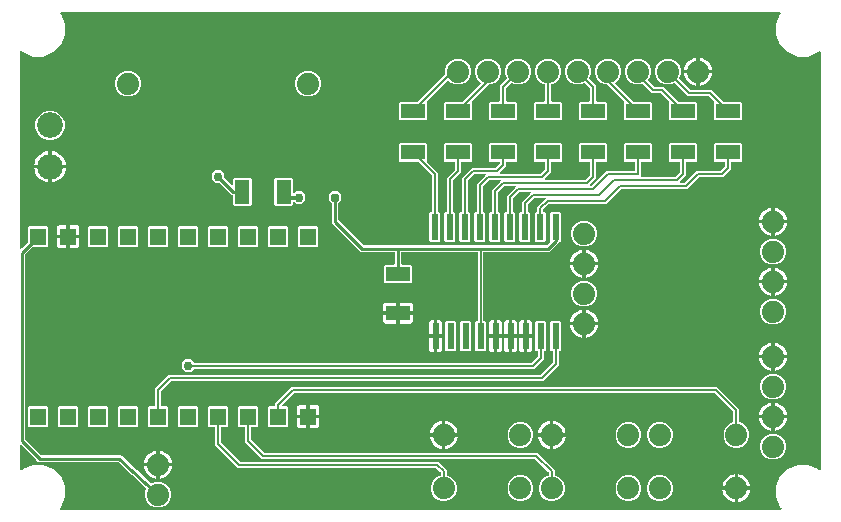
<source format=gbr>
G04 EAGLE Gerber RS-274X export*
G75*
%MOMM*%
%FSLAX34Y34*%
%LPD*%
%INBottom Copper*%
%IPPOS*%
%AMOC8*
5,1,8,0,0,1.08239X$1,22.5*%
G01*
%ADD10C,1.879600*%
%ADD11R,0.600000X2.200000*%
%ADD12C,2.184400*%
%ADD13R,1.270000X2.060000*%
%ADD14R,2.060000X1.270000*%
%ADD15R,1.408000X1.408000*%
%ADD16R,2.032000X1.270000*%
%ADD17C,0.756400*%
%ADD18C,0.304800*%
%ADD19P,0.818720X8X22.500000*%
%ADD20C,0.254000*%
%ADD21C,0.152400*%
%ADD22C,0.200000*%

G36*
X654242Y10172D02*
X654242Y10172D01*
X654314Y10174D01*
X654363Y10192D01*
X654414Y10200D01*
X654478Y10234D01*
X654545Y10259D01*
X654586Y10291D01*
X654632Y10316D01*
X654681Y10368D01*
X654737Y10412D01*
X654765Y10456D01*
X654801Y10494D01*
X654831Y10559D01*
X654870Y10619D01*
X654883Y10670D01*
X654905Y10717D01*
X654913Y10788D01*
X654930Y10858D01*
X654926Y10910D01*
X654932Y10961D01*
X654916Y11032D01*
X654911Y11103D01*
X654891Y11151D01*
X654879Y11202D01*
X654843Y11263D01*
X654815Y11329D01*
X654770Y11385D01*
X654753Y11413D01*
X654735Y11428D01*
X654710Y11460D01*
X653720Y12450D01*
X650239Y20853D01*
X650239Y29947D01*
X653720Y38350D01*
X660150Y44780D01*
X668553Y48261D01*
X677647Y48261D01*
X686050Y44780D01*
X686840Y43990D01*
X686898Y43948D01*
X686950Y43899D01*
X686997Y43877D01*
X687039Y43847D01*
X687108Y43826D01*
X687173Y43795D01*
X687225Y43790D01*
X687275Y43774D01*
X687346Y43776D01*
X687417Y43768D01*
X687468Y43779D01*
X687520Y43781D01*
X687588Y43805D01*
X687658Y43821D01*
X687703Y43847D01*
X687751Y43865D01*
X687807Y43910D01*
X687869Y43947D01*
X687903Y43986D01*
X687943Y44019D01*
X687982Y44079D01*
X688029Y44134D01*
X688048Y44182D01*
X688076Y44226D01*
X688094Y44295D01*
X688121Y44362D01*
X688129Y44433D01*
X688137Y44464D01*
X688135Y44488D01*
X688139Y44529D01*
X688139Y397431D01*
X688128Y397502D01*
X688126Y397574D01*
X688108Y397623D01*
X688100Y397674D01*
X688066Y397738D01*
X688041Y397805D01*
X688009Y397846D01*
X687984Y397892D01*
X687932Y397941D01*
X687888Y397997D01*
X687844Y398025D01*
X687806Y398061D01*
X687741Y398091D01*
X687681Y398130D01*
X687630Y398143D01*
X687583Y398165D01*
X687512Y398173D01*
X687442Y398190D01*
X687390Y398186D01*
X687339Y398192D01*
X687268Y398176D01*
X687197Y398171D01*
X687149Y398151D01*
X687098Y398139D01*
X687037Y398103D01*
X686971Y398075D01*
X686915Y398030D01*
X686887Y398013D01*
X686872Y397995D01*
X686840Y397970D01*
X686050Y397180D01*
X677647Y393699D01*
X668553Y393699D01*
X660150Y397180D01*
X653720Y403610D01*
X650239Y412013D01*
X650239Y421107D01*
X653720Y429510D01*
X653950Y429740D01*
X653992Y429798D01*
X654041Y429850D01*
X654063Y429897D01*
X654093Y429939D01*
X654114Y430008D01*
X654145Y430073D01*
X654150Y430125D01*
X654166Y430175D01*
X654164Y430246D01*
X654172Y430317D01*
X654161Y430368D01*
X654159Y430420D01*
X654135Y430488D01*
X654119Y430558D01*
X654093Y430603D01*
X654075Y430651D01*
X654030Y430707D01*
X653993Y430769D01*
X653954Y430803D01*
X653921Y430843D01*
X653861Y430882D01*
X653806Y430929D01*
X653758Y430948D01*
X653714Y430976D01*
X653645Y430994D01*
X653578Y431021D01*
X653507Y431029D01*
X653476Y431037D01*
X653452Y431035D01*
X653411Y431039D01*
X45089Y431039D01*
X45018Y431028D01*
X44946Y431026D01*
X44897Y431008D01*
X44846Y431000D01*
X44782Y430966D01*
X44715Y430941D01*
X44674Y430909D01*
X44628Y430884D01*
X44579Y430833D01*
X44523Y430788D01*
X44495Y430744D01*
X44459Y430706D01*
X44429Y430641D01*
X44390Y430581D01*
X44377Y430530D01*
X44355Y430483D01*
X44347Y430412D01*
X44330Y430342D01*
X44334Y430290D01*
X44328Y430239D01*
X44344Y430168D01*
X44349Y430097D01*
X44369Y430049D01*
X44381Y429998D01*
X44417Y429937D01*
X44445Y429871D01*
X44490Y429815D01*
X44507Y429787D01*
X44525Y429772D01*
X44550Y429740D01*
X44780Y429510D01*
X48261Y421107D01*
X48261Y412013D01*
X44780Y403610D01*
X38350Y397180D01*
X29947Y393699D01*
X20853Y393699D01*
X12450Y397180D01*
X11460Y398170D01*
X11402Y398212D01*
X11350Y398261D01*
X11303Y398283D01*
X11261Y398313D01*
X11192Y398334D01*
X11127Y398365D01*
X11075Y398370D01*
X11025Y398386D01*
X10954Y398384D01*
X10883Y398392D01*
X10832Y398381D01*
X10780Y398379D01*
X10712Y398355D01*
X10642Y398339D01*
X10597Y398313D01*
X10549Y398295D01*
X10493Y398250D01*
X10431Y398213D01*
X10397Y398174D01*
X10357Y398141D01*
X10318Y398081D01*
X10271Y398026D01*
X10252Y397978D01*
X10224Y397934D01*
X10206Y397865D01*
X10179Y397798D01*
X10171Y397727D01*
X10163Y397696D01*
X10165Y397672D01*
X10161Y397631D01*
X10161Y231851D01*
X10172Y231780D01*
X10174Y231708D01*
X10192Y231659D01*
X10200Y231608D01*
X10234Y231545D01*
X10259Y231477D01*
X10291Y231437D01*
X10316Y231391D01*
X10368Y231341D01*
X10412Y231285D01*
X10456Y231257D01*
X10494Y231221D01*
X10559Y231191D01*
X10619Y231152D01*
X10670Y231140D01*
X10717Y231118D01*
X10788Y231110D01*
X10858Y231092D01*
X10910Y231096D01*
X10961Y231091D01*
X11032Y231106D01*
X11103Y231111D01*
X11151Y231132D01*
X11202Y231143D01*
X11263Y231180D01*
X11329Y231208D01*
X11385Y231253D01*
X11413Y231269D01*
X11428Y231287D01*
X11460Y231313D01*
X16612Y236465D01*
X16665Y236539D01*
X16725Y236608D01*
X16737Y236638D01*
X16756Y236664D01*
X16783Y236751D01*
X16795Y236782D01*
X16807Y236808D01*
X16808Y236814D01*
X16817Y236836D01*
X16821Y236877D01*
X16828Y236899D01*
X16827Y236932D01*
X16835Y237003D01*
X16835Y248972D01*
X17728Y249865D01*
X33072Y249865D01*
X33965Y248972D01*
X33965Y233628D01*
X33072Y232735D01*
X21103Y232735D01*
X21013Y232721D01*
X20922Y232713D01*
X20892Y232701D01*
X20860Y232696D01*
X20780Y232653D01*
X20696Y232617D01*
X20664Y232591D01*
X20643Y232580D01*
X20621Y232557D01*
X20565Y232512D01*
X14448Y226395D01*
X14395Y226321D01*
X14335Y226252D01*
X14323Y226222D01*
X14304Y226196D01*
X14277Y226109D01*
X14243Y226024D01*
X14239Y225983D01*
X14232Y225961D01*
X14233Y225928D01*
X14225Y225857D01*
X14225Y70053D01*
X14239Y69963D01*
X14247Y69872D01*
X14259Y69842D01*
X14264Y69810D01*
X14307Y69730D01*
X14343Y69646D01*
X14369Y69614D01*
X14380Y69593D01*
X14403Y69571D01*
X14448Y69515D01*
X27605Y56358D01*
X27679Y56305D01*
X27748Y56245D01*
X27778Y56233D01*
X27804Y56214D01*
X27891Y56187D01*
X27976Y56153D01*
X28017Y56149D01*
X28039Y56142D01*
X28072Y56143D01*
X28143Y56135D01*
X94261Y56135D01*
X94271Y56136D01*
X94287Y56135D01*
X95440Y56175D01*
X96256Y55360D01*
X96264Y55354D01*
X96275Y55341D01*
X120702Y32556D01*
X120788Y32499D01*
X120872Y32437D01*
X120890Y32431D01*
X120907Y32420D01*
X121007Y32393D01*
X121106Y32361D01*
X121125Y32361D01*
X121144Y32356D01*
X121247Y32362D01*
X121351Y32363D01*
X121375Y32370D01*
X121390Y32371D01*
X121419Y32383D01*
X121513Y32410D01*
X124827Y33783D01*
X129173Y33783D01*
X133187Y32120D01*
X136260Y29047D01*
X137923Y25033D01*
X137923Y20687D01*
X136260Y16673D01*
X133187Y13600D01*
X129173Y11937D01*
X124827Y11937D01*
X120813Y13600D01*
X117740Y16673D01*
X116077Y20687D01*
X116077Y25033D01*
X117128Y27570D01*
X117130Y27577D01*
X117134Y27583D01*
X117158Y27697D01*
X117184Y27809D01*
X117184Y27816D01*
X117185Y27823D01*
X117172Y27939D01*
X117161Y28054D01*
X117158Y28061D01*
X117158Y28068D01*
X117108Y28173D01*
X117061Y28279D01*
X117057Y28284D01*
X117054Y28291D01*
X116944Y28418D01*
X93441Y50341D01*
X93376Y50384D01*
X93317Y50435D01*
X93275Y50452D01*
X93237Y50477D01*
X93161Y50498D01*
X93089Y50527D01*
X93028Y50534D01*
X92999Y50541D01*
X92972Y50540D01*
X92922Y50545D01*
X25512Y50545D01*
X23652Y52405D01*
X11460Y64597D01*
X11402Y64639D01*
X11350Y64689D01*
X11303Y64711D01*
X11261Y64741D01*
X11192Y64762D01*
X11127Y64792D01*
X11075Y64798D01*
X11025Y64813D01*
X10954Y64811D01*
X10883Y64819D01*
X10832Y64808D01*
X10780Y64807D01*
X10712Y64782D01*
X10642Y64767D01*
X10597Y64740D01*
X10549Y64722D01*
X10493Y64678D01*
X10431Y64641D01*
X10397Y64601D01*
X10357Y64569D01*
X10318Y64508D01*
X10271Y64454D01*
X10252Y64406D01*
X10224Y64362D01*
X10206Y64292D01*
X10179Y64226D01*
X10171Y64154D01*
X10163Y64123D01*
X10165Y64100D01*
X10161Y64059D01*
X10161Y44329D01*
X10172Y44258D01*
X10174Y44186D01*
X10192Y44137D01*
X10200Y44086D01*
X10234Y44022D01*
X10259Y43955D01*
X10291Y43914D01*
X10316Y43868D01*
X10368Y43819D01*
X10412Y43763D01*
X10456Y43735D01*
X10494Y43699D01*
X10559Y43669D01*
X10619Y43630D01*
X10670Y43617D01*
X10717Y43595D01*
X10788Y43587D01*
X10858Y43570D01*
X10910Y43574D01*
X10961Y43568D01*
X11032Y43584D01*
X11103Y43589D01*
X11151Y43609D01*
X11202Y43621D01*
X11263Y43657D01*
X11329Y43685D01*
X11385Y43730D01*
X11413Y43747D01*
X11428Y43765D01*
X11460Y43790D01*
X12450Y44780D01*
X20853Y48261D01*
X29947Y48261D01*
X38350Y44780D01*
X44780Y38350D01*
X48261Y29947D01*
X48261Y20853D01*
X44780Y12450D01*
X43790Y11460D01*
X43748Y11402D01*
X43699Y11350D01*
X43677Y11303D01*
X43647Y11261D01*
X43626Y11192D01*
X43595Y11127D01*
X43590Y11075D01*
X43574Y11025D01*
X43576Y10954D01*
X43568Y10883D01*
X43579Y10832D01*
X43581Y10780D01*
X43605Y10712D01*
X43621Y10642D01*
X43647Y10597D01*
X43665Y10549D01*
X43710Y10493D01*
X43747Y10431D01*
X43786Y10397D01*
X43819Y10357D01*
X43879Y10318D01*
X43934Y10271D01*
X43982Y10252D01*
X44026Y10224D01*
X44095Y10206D01*
X44162Y10179D01*
X44233Y10171D01*
X44264Y10163D01*
X44288Y10165D01*
X44329Y10161D01*
X654171Y10161D01*
X654242Y10172D01*
G37*
%LPC*%
G36*
X383118Y236675D02*
X383118Y236675D01*
X382225Y237568D01*
X382225Y260832D01*
X383118Y261725D01*
X383464Y261725D01*
X383484Y261728D01*
X383503Y261726D01*
X383605Y261748D01*
X383707Y261764D01*
X383724Y261774D01*
X383744Y261778D01*
X383833Y261831D01*
X383924Y261880D01*
X383938Y261894D01*
X383955Y261904D01*
X384022Y261983D01*
X384094Y262058D01*
X384102Y262076D01*
X384115Y262091D01*
X384154Y262187D01*
X384197Y262281D01*
X384199Y262301D01*
X384207Y262319D01*
X384225Y262486D01*
X384225Y291276D01*
X392654Y299705D01*
X412659Y299705D01*
X412749Y299719D01*
X412840Y299727D01*
X412870Y299739D01*
X412902Y299744D01*
X412982Y299787D01*
X413066Y299823D01*
X413098Y299849D01*
X413119Y299860D01*
X413141Y299883D01*
X413197Y299928D01*
X416352Y303083D01*
X416405Y303157D01*
X416465Y303226D01*
X416477Y303256D01*
X416496Y303283D01*
X416523Y303370D01*
X416557Y303454D01*
X416561Y303495D01*
X416568Y303518D01*
X416567Y303550D01*
X416575Y303621D01*
X416575Y304014D01*
X416573Y304029D01*
X416574Y304043D01*
X416573Y304046D01*
X416574Y304053D01*
X416552Y304155D01*
X416536Y304257D01*
X416526Y304274D01*
X416522Y304294D01*
X416469Y304383D01*
X416420Y304474D01*
X416406Y304488D01*
X416396Y304505D01*
X416317Y304572D01*
X416242Y304644D01*
X416224Y304652D01*
X416209Y304665D01*
X416113Y304704D01*
X416019Y304747D01*
X415999Y304749D01*
X415981Y304757D01*
X415814Y304775D01*
X408168Y304775D01*
X407275Y305668D01*
X407275Y319632D01*
X408168Y320525D01*
X430032Y320525D01*
X430925Y319632D01*
X430925Y305668D01*
X430032Y304775D01*
X422386Y304775D01*
X422366Y304772D01*
X422347Y304774D01*
X422245Y304752D01*
X422143Y304736D01*
X422126Y304726D01*
X422106Y304722D01*
X422017Y304669D01*
X421926Y304620D01*
X421912Y304606D01*
X421895Y304596D01*
X421828Y304517D01*
X421756Y304442D01*
X421748Y304424D01*
X421735Y304409D01*
X421696Y304313D01*
X421653Y304219D01*
X421651Y304199D01*
X421643Y304181D01*
X421625Y304014D01*
X421625Y301214D01*
X419923Y299512D01*
X416335Y295924D01*
X416293Y295866D01*
X416244Y295814D01*
X416222Y295767D01*
X416191Y295725D01*
X416170Y295656D01*
X416140Y295591D01*
X416134Y295539D01*
X416119Y295489D01*
X416121Y295418D01*
X416113Y295347D01*
X416124Y295296D01*
X416125Y295244D01*
X416150Y295176D01*
X416165Y295106D01*
X416192Y295061D01*
X416210Y295013D01*
X416255Y294957D01*
X416291Y294895D01*
X416331Y294861D01*
X416363Y294821D01*
X416424Y294782D01*
X416478Y294735D01*
X416527Y294716D01*
X416570Y294688D01*
X416640Y294670D01*
X416706Y294643D01*
X416778Y294635D01*
X416809Y294627D01*
X416832Y294629D01*
X416873Y294625D01*
X450759Y294625D01*
X450849Y294639D01*
X450940Y294647D01*
X450970Y294659D01*
X451002Y294664D01*
X451082Y294707D01*
X451166Y294743D01*
X451198Y294769D01*
X451219Y294780D01*
X451241Y294803D01*
X451297Y294848D01*
X454452Y298003D01*
X454505Y298077D01*
X454565Y298146D01*
X454577Y298176D01*
X454596Y298203D01*
X454623Y298290D01*
X454657Y298374D01*
X454661Y298415D01*
X454668Y298438D01*
X454667Y298470D01*
X454675Y298541D01*
X454675Y304014D01*
X454673Y304029D01*
X454674Y304043D01*
X454673Y304046D01*
X454674Y304053D01*
X454652Y304155D01*
X454636Y304257D01*
X454626Y304274D01*
X454622Y304294D01*
X454569Y304383D01*
X454520Y304474D01*
X454506Y304488D01*
X454496Y304505D01*
X454417Y304572D01*
X454342Y304644D01*
X454324Y304652D01*
X454309Y304665D01*
X454213Y304704D01*
X454119Y304747D01*
X454099Y304749D01*
X454081Y304757D01*
X453914Y304775D01*
X446268Y304775D01*
X445375Y305668D01*
X445375Y319632D01*
X446268Y320525D01*
X468132Y320525D01*
X469025Y319632D01*
X469025Y305668D01*
X468132Y304775D01*
X460486Y304775D01*
X460466Y304772D01*
X460447Y304774D01*
X460345Y304752D01*
X460243Y304736D01*
X460226Y304726D01*
X460206Y304722D01*
X460117Y304669D01*
X460026Y304620D01*
X460012Y304606D01*
X459995Y304596D01*
X459928Y304517D01*
X459856Y304442D01*
X459848Y304424D01*
X459835Y304409D01*
X459796Y304313D01*
X459753Y304219D01*
X459751Y304199D01*
X459743Y304181D01*
X459725Y304014D01*
X459725Y296134D01*
X454868Y291277D01*
X454435Y290844D01*
X454393Y290786D01*
X454344Y290734D01*
X454322Y290687D01*
X454291Y290645D01*
X454270Y290576D01*
X454240Y290511D01*
X454234Y290459D01*
X454219Y290409D01*
X454221Y290338D01*
X454213Y290267D01*
X454224Y290216D01*
X454225Y290164D01*
X454250Y290096D01*
X454265Y290026D01*
X454292Y289981D01*
X454310Y289933D01*
X454354Y289877D01*
X454391Y289815D01*
X454431Y289781D01*
X454463Y289741D01*
X454524Y289702D01*
X454578Y289655D01*
X454627Y289636D01*
X454670Y289608D01*
X454740Y289590D01*
X454806Y289563D01*
X454878Y289555D01*
X454909Y289547D01*
X454932Y289549D01*
X454973Y289545D01*
X488859Y289545D01*
X488949Y289559D01*
X489040Y289567D01*
X489070Y289579D01*
X489102Y289584D01*
X489182Y289627D01*
X489266Y289663D01*
X489298Y289689D01*
X489319Y289700D01*
X489341Y289723D01*
X489397Y289768D01*
X492552Y292923D01*
X492605Y292997D01*
X492665Y293066D01*
X492677Y293096D01*
X492696Y293123D01*
X492723Y293210D01*
X492757Y293294D01*
X492761Y293335D01*
X492768Y293358D01*
X492767Y293390D01*
X492775Y293461D01*
X492775Y304014D01*
X492773Y304029D01*
X492774Y304043D01*
X492773Y304046D01*
X492774Y304053D01*
X492752Y304155D01*
X492736Y304257D01*
X492726Y304274D01*
X492722Y304294D01*
X492669Y304383D01*
X492620Y304474D01*
X492606Y304488D01*
X492596Y304505D01*
X492517Y304572D01*
X492442Y304644D01*
X492424Y304652D01*
X492409Y304665D01*
X492313Y304704D01*
X492219Y304747D01*
X492199Y304749D01*
X492181Y304757D01*
X492014Y304775D01*
X484368Y304775D01*
X483475Y305668D01*
X483475Y319632D01*
X484368Y320525D01*
X506232Y320525D01*
X507125Y319632D01*
X507125Y305668D01*
X506232Y304775D01*
X498586Y304775D01*
X498566Y304772D01*
X498547Y304774D01*
X498445Y304752D01*
X498343Y304736D01*
X498326Y304726D01*
X498306Y304722D01*
X498217Y304669D01*
X498126Y304620D01*
X498112Y304606D01*
X498095Y304596D01*
X498028Y304517D01*
X497956Y304442D01*
X497948Y304424D01*
X497935Y304409D01*
X497896Y304313D01*
X497853Y304219D01*
X497851Y304199D01*
X497843Y304181D01*
X497825Y304014D01*
X497825Y291054D01*
X492968Y286197D01*
X492535Y285764D01*
X492493Y285706D01*
X492444Y285654D01*
X492422Y285607D01*
X492391Y285565D01*
X492370Y285496D01*
X492340Y285431D01*
X492334Y285379D01*
X492319Y285329D01*
X492321Y285258D01*
X492313Y285187D01*
X492324Y285136D01*
X492325Y285084D01*
X492350Y285016D01*
X492365Y284946D01*
X492392Y284901D01*
X492410Y284853D01*
X492454Y284797D01*
X492491Y284735D01*
X492531Y284701D01*
X492563Y284661D01*
X492624Y284622D01*
X492678Y284575D01*
X492727Y284556D01*
X492770Y284528D01*
X492840Y284510D01*
X492906Y284483D01*
X492978Y284475D01*
X493009Y284467D01*
X493032Y284469D01*
X493073Y284465D01*
X493939Y284465D01*
X494029Y284479D01*
X494120Y284487D01*
X494150Y284499D01*
X494182Y284504D01*
X494262Y284547D01*
X494346Y284583D01*
X494378Y284609D01*
X494399Y284620D01*
X494421Y284643D01*
X494477Y284688D01*
X506954Y297165D01*
X530114Y297165D01*
X530134Y297168D01*
X530153Y297166D01*
X530255Y297188D01*
X530357Y297204D01*
X530374Y297214D01*
X530394Y297218D01*
X530483Y297271D01*
X530574Y297320D01*
X530588Y297334D01*
X530605Y297344D01*
X530672Y297423D01*
X530744Y297498D01*
X530752Y297516D01*
X530765Y297531D01*
X530804Y297627D01*
X530847Y297721D01*
X530849Y297741D01*
X530857Y297759D01*
X530875Y297926D01*
X530875Y304014D01*
X530873Y304029D01*
X530874Y304043D01*
X530873Y304046D01*
X530874Y304053D01*
X530852Y304155D01*
X530836Y304257D01*
X530826Y304274D01*
X530822Y304294D01*
X530769Y304383D01*
X530720Y304474D01*
X530706Y304488D01*
X530696Y304505D01*
X530617Y304572D01*
X530542Y304644D01*
X530524Y304652D01*
X530509Y304665D01*
X530413Y304704D01*
X530319Y304747D01*
X530299Y304749D01*
X530281Y304757D01*
X530114Y304775D01*
X522468Y304775D01*
X521575Y305668D01*
X521575Y319632D01*
X522468Y320525D01*
X544332Y320525D01*
X545225Y319632D01*
X545225Y305668D01*
X544332Y304775D01*
X536686Y304775D01*
X536666Y304772D01*
X536647Y304774D01*
X536545Y304752D01*
X536443Y304736D01*
X536426Y304726D01*
X536406Y304722D01*
X536317Y304669D01*
X536226Y304620D01*
X536212Y304606D01*
X536195Y304596D01*
X536128Y304517D01*
X536056Y304442D01*
X536048Y304424D01*
X536035Y304409D01*
X535996Y304313D01*
X535953Y304219D01*
X535951Y304199D01*
X535943Y304181D01*
X535925Y304014D01*
X535925Y293594D01*
X535715Y293384D01*
X535673Y293326D01*
X535624Y293274D01*
X535602Y293227D01*
X535571Y293185D01*
X535550Y293116D01*
X535520Y293051D01*
X535514Y292999D01*
X535499Y292949D01*
X535501Y292878D01*
X535493Y292807D01*
X535504Y292756D01*
X535505Y292704D01*
X535530Y292636D01*
X535545Y292566D01*
X535572Y292521D01*
X535590Y292473D01*
X535634Y292417D01*
X535671Y292355D01*
X535711Y292321D01*
X535743Y292281D01*
X535804Y292242D01*
X535858Y292195D01*
X535907Y292176D01*
X535950Y292148D01*
X536020Y292130D01*
X536086Y292103D01*
X536158Y292095D01*
X536189Y292087D01*
X536212Y292089D01*
X536253Y292085D01*
X565059Y292085D01*
X565149Y292099D01*
X565240Y292107D01*
X565270Y292119D01*
X565302Y292124D01*
X565382Y292167D01*
X565466Y292203D01*
X565498Y292229D01*
X565519Y292240D01*
X565541Y292263D01*
X565597Y292308D01*
X568752Y295463D01*
X568805Y295537D01*
X568865Y295606D01*
X568877Y295636D01*
X568896Y295663D01*
X568923Y295750D01*
X568957Y295834D01*
X568961Y295875D01*
X568968Y295898D01*
X568967Y295930D01*
X568975Y296001D01*
X568975Y304014D01*
X568973Y304029D01*
X568974Y304043D01*
X568973Y304046D01*
X568974Y304053D01*
X568952Y304155D01*
X568936Y304257D01*
X568926Y304274D01*
X568922Y304294D01*
X568869Y304383D01*
X568820Y304474D01*
X568806Y304488D01*
X568796Y304505D01*
X568717Y304572D01*
X568642Y304644D01*
X568624Y304652D01*
X568609Y304665D01*
X568513Y304704D01*
X568419Y304747D01*
X568399Y304749D01*
X568381Y304757D01*
X568214Y304775D01*
X560568Y304775D01*
X559675Y305668D01*
X559675Y319632D01*
X560568Y320525D01*
X582432Y320525D01*
X583325Y319632D01*
X583325Y305668D01*
X582432Y304775D01*
X574786Y304775D01*
X574766Y304772D01*
X574747Y304774D01*
X574645Y304752D01*
X574543Y304736D01*
X574526Y304726D01*
X574506Y304722D01*
X574417Y304669D01*
X574326Y304620D01*
X574312Y304606D01*
X574295Y304596D01*
X574228Y304517D01*
X574156Y304442D01*
X574148Y304424D01*
X574135Y304409D01*
X574096Y304313D01*
X574053Y304219D01*
X574051Y304199D01*
X574043Y304181D01*
X574025Y304014D01*
X574025Y293594D01*
X569168Y288737D01*
X568735Y288304D01*
X568693Y288246D01*
X568644Y288194D01*
X568622Y288147D01*
X568591Y288105D01*
X568570Y288036D01*
X568540Y287971D01*
X568534Y287919D01*
X568519Y287869D01*
X568521Y287798D01*
X568513Y287727D01*
X568524Y287676D01*
X568525Y287624D01*
X568550Y287556D01*
X568565Y287486D01*
X568592Y287441D01*
X568610Y287393D01*
X568654Y287337D01*
X568691Y287275D01*
X568731Y287241D01*
X568763Y287201D01*
X568824Y287162D01*
X568878Y287115D01*
X568927Y287096D01*
X568970Y287068D01*
X569040Y287050D01*
X569106Y287023D01*
X569178Y287015D01*
X569209Y287007D01*
X569232Y287009D01*
X569273Y287005D01*
X572679Y287005D01*
X572769Y287019D01*
X572860Y287027D01*
X572890Y287039D01*
X572922Y287044D01*
X573002Y287087D01*
X573086Y287123D01*
X573118Y287149D01*
X573139Y287160D01*
X573161Y287183D01*
X573217Y287228D01*
X583154Y297165D01*
X603159Y297165D01*
X603249Y297179D01*
X603340Y297187D01*
X603370Y297199D01*
X603402Y297204D01*
X603482Y297247D01*
X603566Y297283D01*
X603598Y297309D01*
X603619Y297320D01*
X603641Y297343D01*
X603697Y297388D01*
X606852Y300543D01*
X606905Y300617D01*
X606965Y300686D01*
X606977Y300716D01*
X606996Y300743D01*
X607023Y300830D01*
X607057Y300914D01*
X607061Y300955D01*
X607068Y300978D01*
X607067Y301010D01*
X607075Y301081D01*
X607075Y304014D01*
X607073Y304029D01*
X607074Y304043D01*
X607073Y304046D01*
X607074Y304053D01*
X607052Y304155D01*
X607036Y304257D01*
X607026Y304274D01*
X607022Y304294D01*
X606969Y304383D01*
X606920Y304474D01*
X606906Y304488D01*
X606896Y304505D01*
X606817Y304572D01*
X606742Y304644D01*
X606724Y304652D01*
X606709Y304665D01*
X606613Y304704D01*
X606519Y304747D01*
X606499Y304749D01*
X606481Y304757D01*
X606314Y304775D01*
X598668Y304775D01*
X597775Y305668D01*
X597775Y319632D01*
X598668Y320525D01*
X620532Y320525D01*
X621425Y319632D01*
X621425Y305668D01*
X620532Y304775D01*
X612886Y304775D01*
X612866Y304772D01*
X612847Y304774D01*
X612745Y304752D01*
X612643Y304736D01*
X612626Y304726D01*
X612606Y304722D01*
X612517Y304669D01*
X612426Y304620D01*
X612412Y304606D01*
X612395Y304596D01*
X612328Y304517D01*
X612256Y304442D01*
X612248Y304424D01*
X612235Y304409D01*
X612196Y304313D01*
X612153Y304219D01*
X612151Y304199D01*
X612143Y304181D01*
X612125Y304014D01*
X612125Y298674D01*
X610423Y296972D01*
X605566Y292115D01*
X585561Y292115D01*
X585471Y292101D01*
X585380Y292093D01*
X585350Y292081D01*
X585318Y292076D01*
X585238Y292033D01*
X585154Y291997D01*
X585122Y291971D01*
X585101Y291960D01*
X585079Y291937D01*
X585023Y291892D01*
X575086Y281955D01*
X519521Y281955D01*
X519431Y281941D01*
X519340Y281933D01*
X519310Y281921D01*
X519278Y281916D01*
X519198Y281873D01*
X519114Y281837D01*
X519082Y281811D01*
X519061Y281800D01*
X519039Y281777D01*
X518983Y281732D01*
X506506Y269255D01*
X458561Y269255D01*
X458471Y269241D01*
X458380Y269233D01*
X458350Y269221D01*
X458318Y269216D01*
X458238Y269173D01*
X458154Y269137D01*
X458122Y269111D01*
X458101Y269100D01*
X458079Y269077D01*
X458023Y269032D01*
X453298Y264307D01*
X453245Y264233D01*
X453185Y264164D01*
X453173Y264134D01*
X453154Y264107D01*
X453127Y264020D01*
X453093Y263936D01*
X453089Y263895D01*
X453082Y263872D01*
X453083Y263840D01*
X453075Y263769D01*
X453075Y262486D01*
X453078Y262466D01*
X453076Y262447D01*
X453098Y262345D01*
X453114Y262243D01*
X453124Y262226D01*
X453128Y262206D01*
X453181Y262117D01*
X453230Y262026D01*
X453244Y262012D01*
X453254Y261995D01*
X453333Y261928D01*
X453408Y261856D01*
X453426Y261848D01*
X453441Y261835D01*
X453537Y261796D01*
X453631Y261753D01*
X453651Y261751D01*
X453669Y261743D01*
X453836Y261725D01*
X454182Y261725D01*
X455075Y260832D01*
X455075Y237568D01*
X454182Y236675D01*
X446918Y236675D01*
X446025Y237568D01*
X446025Y260832D01*
X446918Y261725D01*
X447264Y261725D01*
X447284Y261728D01*
X447303Y261726D01*
X447405Y261748D01*
X447507Y261764D01*
X447524Y261774D01*
X447544Y261778D01*
X447633Y261831D01*
X447724Y261880D01*
X447738Y261894D01*
X447755Y261904D01*
X447822Y261983D01*
X447894Y262058D01*
X447902Y262076D01*
X447915Y262091D01*
X447954Y262187D01*
X447997Y262281D01*
X447999Y262301D01*
X448007Y262319D01*
X448025Y262486D01*
X448025Y266176D01*
X454452Y272603D01*
X454885Y273036D01*
X454927Y273094D01*
X454976Y273146D01*
X454998Y273193D01*
X455029Y273235D01*
X455050Y273304D01*
X455080Y273369D01*
X455086Y273421D01*
X455101Y273471D01*
X455099Y273542D01*
X455107Y273613D01*
X455096Y273664D01*
X455095Y273716D01*
X455070Y273784D01*
X455055Y273854D01*
X455028Y273899D01*
X455010Y273947D01*
X454966Y274003D01*
X454929Y274065D01*
X454889Y274099D01*
X454857Y274139D01*
X454796Y274178D01*
X454742Y274225D01*
X454693Y274244D01*
X454650Y274272D01*
X454580Y274290D01*
X454514Y274317D01*
X454442Y274325D01*
X454411Y274333D01*
X454388Y274331D01*
X454347Y274335D01*
X445861Y274335D01*
X445771Y274321D01*
X445680Y274313D01*
X445650Y274301D01*
X445618Y274296D01*
X445538Y274253D01*
X445454Y274217D01*
X445422Y274191D01*
X445401Y274180D01*
X445382Y274161D01*
X445380Y274160D01*
X445374Y274154D01*
X445323Y274112D01*
X440298Y269087D01*
X440245Y269013D01*
X440185Y268944D01*
X440173Y268914D01*
X440154Y268887D01*
X440127Y268800D01*
X440093Y268716D01*
X440089Y268675D01*
X440082Y268652D01*
X440083Y268620D01*
X440075Y268549D01*
X440075Y262486D01*
X440078Y262466D01*
X440076Y262447D01*
X440098Y262345D01*
X440114Y262243D01*
X440124Y262226D01*
X440128Y262206D01*
X440181Y262117D01*
X440230Y262026D01*
X440244Y262012D01*
X440254Y261995D01*
X440333Y261928D01*
X440408Y261856D01*
X440426Y261848D01*
X440441Y261835D01*
X440537Y261796D01*
X440631Y261753D01*
X440651Y261751D01*
X440669Y261743D01*
X440836Y261725D01*
X441182Y261725D01*
X442075Y260832D01*
X442075Y237568D01*
X441182Y236675D01*
X433918Y236675D01*
X433025Y237568D01*
X433025Y260832D01*
X433918Y261725D01*
X434264Y261725D01*
X434284Y261728D01*
X434303Y261726D01*
X434405Y261748D01*
X434507Y261764D01*
X434524Y261774D01*
X434544Y261778D01*
X434633Y261831D01*
X434724Y261880D01*
X434738Y261894D01*
X434755Y261904D01*
X434822Y261983D01*
X434894Y262058D01*
X434902Y262076D01*
X434915Y262091D01*
X434954Y262187D01*
X434997Y262281D01*
X434999Y262301D01*
X435007Y262319D01*
X435025Y262486D01*
X435025Y270956D01*
X441752Y277683D01*
X442185Y278116D01*
X442227Y278174D01*
X442276Y278226D01*
X442298Y278273D01*
X442329Y278315D01*
X442350Y278384D01*
X442380Y278449D01*
X442386Y278501D01*
X442401Y278551D01*
X442399Y278622D01*
X442407Y278693D01*
X442396Y278744D01*
X442395Y278796D01*
X442370Y278864D01*
X442355Y278934D01*
X442328Y278979D01*
X442310Y279027D01*
X442266Y279083D01*
X442229Y279145D01*
X442189Y279179D01*
X442157Y279219D01*
X442096Y279258D01*
X442042Y279305D01*
X441993Y279324D01*
X441950Y279352D01*
X441880Y279370D01*
X441814Y279397D01*
X441742Y279405D01*
X441711Y279413D01*
X441688Y279411D01*
X441647Y279415D01*
X433161Y279415D01*
X433071Y279401D01*
X432980Y279393D01*
X432950Y279381D01*
X432918Y279376D01*
X432838Y279333D01*
X432754Y279297D01*
X432722Y279271D01*
X432701Y279260D01*
X432679Y279237D01*
X432623Y279192D01*
X427598Y274167D01*
X427545Y274093D01*
X427485Y274024D01*
X427473Y273994D01*
X427454Y273967D01*
X427427Y273880D01*
X427393Y273796D01*
X427389Y273755D01*
X427382Y273732D01*
X427383Y273700D01*
X427375Y273629D01*
X427375Y262486D01*
X427378Y262466D01*
X427376Y262447D01*
X427398Y262345D01*
X427414Y262243D01*
X427424Y262226D01*
X427428Y262206D01*
X427481Y262117D01*
X427530Y262026D01*
X427544Y262012D01*
X427554Y261995D01*
X427633Y261928D01*
X427708Y261856D01*
X427726Y261848D01*
X427741Y261835D01*
X427837Y261796D01*
X427931Y261753D01*
X427951Y261751D01*
X427969Y261743D01*
X428136Y261725D01*
X428482Y261725D01*
X429375Y260832D01*
X429375Y237568D01*
X428482Y236675D01*
X421218Y236675D01*
X420325Y237568D01*
X420325Y260832D01*
X421218Y261725D01*
X421564Y261725D01*
X421584Y261728D01*
X421603Y261726D01*
X421705Y261748D01*
X421807Y261764D01*
X421824Y261774D01*
X421844Y261778D01*
X421933Y261831D01*
X422024Y261880D01*
X422038Y261894D01*
X422055Y261904D01*
X422122Y261983D01*
X422194Y262058D01*
X422202Y262076D01*
X422215Y262091D01*
X422254Y262187D01*
X422297Y262281D01*
X422299Y262301D01*
X422307Y262319D01*
X422325Y262486D01*
X422325Y276036D01*
X429052Y282763D01*
X429485Y283196D01*
X429527Y283254D01*
X429576Y283306D01*
X429598Y283353D01*
X429629Y283395D01*
X429650Y283464D01*
X429680Y283529D01*
X429686Y283581D01*
X429701Y283631D01*
X429699Y283702D01*
X429707Y283773D01*
X429696Y283824D01*
X429695Y283876D01*
X429670Y283944D01*
X429655Y284014D01*
X429628Y284059D01*
X429610Y284107D01*
X429566Y284163D01*
X429529Y284225D01*
X429489Y284259D01*
X429457Y284299D01*
X429396Y284338D01*
X429342Y284385D01*
X429293Y284404D01*
X429250Y284432D01*
X429180Y284450D01*
X429114Y284477D01*
X429042Y284485D01*
X429011Y284493D01*
X428988Y284491D01*
X428947Y284495D01*
X420461Y284495D01*
X420371Y284481D01*
X420280Y284473D01*
X420250Y284461D01*
X420218Y284456D01*
X420138Y284413D01*
X420054Y284377D01*
X420022Y284351D01*
X420001Y284340D01*
X419979Y284317D01*
X419923Y284272D01*
X414898Y279247D01*
X414845Y279173D01*
X414785Y279104D01*
X414773Y279074D01*
X414754Y279047D01*
X414727Y278960D01*
X414693Y278876D01*
X414689Y278835D01*
X414682Y278812D01*
X414683Y278780D01*
X414675Y278709D01*
X414675Y262486D01*
X414678Y262466D01*
X414676Y262447D01*
X414698Y262345D01*
X414714Y262243D01*
X414724Y262226D01*
X414728Y262206D01*
X414781Y262117D01*
X414830Y262026D01*
X414844Y262012D01*
X414854Y261995D01*
X414933Y261928D01*
X415008Y261856D01*
X415026Y261848D01*
X415041Y261835D01*
X415137Y261796D01*
X415231Y261753D01*
X415251Y261751D01*
X415269Y261743D01*
X415436Y261725D01*
X415782Y261725D01*
X416675Y260832D01*
X416675Y237568D01*
X415782Y236675D01*
X408518Y236675D01*
X407625Y237568D01*
X407625Y260832D01*
X408518Y261725D01*
X408864Y261725D01*
X408884Y261728D01*
X408903Y261726D01*
X409005Y261748D01*
X409107Y261764D01*
X409124Y261774D01*
X409144Y261778D01*
X409233Y261831D01*
X409324Y261880D01*
X409338Y261894D01*
X409355Y261904D01*
X409422Y261983D01*
X409494Y262058D01*
X409502Y262076D01*
X409515Y262091D01*
X409554Y262187D01*
X409597Y262281D01*
X409599Y262301D01*
X409607Y262319D01*
X409625Y262486D01*
X409625Y281116D01*
X416352Y287843D01*
X416785Y288276D01*
X416827Y288334D01*
X416876Y288386D01*
X416898Y288433D01*
X416929Y288475D01*
X416950Y288544D01*
X416980Y288609D01*
X416986Y288661D01*
X417001Y288711D01*
X416999Y288782D01*
X417007Y288853D01*
X416996Y288904D01*
X416995Y288956D01*
X416970Y289024D01*
X416955Y289094D01*
X416928Y289139D01*
X416910Y289187D01*
X416866Y289243D01*
X416829Y289305D01*
X416789Y289339D01*
X416757Y289379D01*
X416696Y289418D01*
X416642Y289465D01*
X416593Y289484D01*
X416550Y289512D01*
X416480Y289530D01*
X416414Y289557D01*
X416342Y289565D01*
X416311Y289573D01*
X416288Y289571D01*
X416247Y289575D01*
X407761Y289575D01*
X407671Y289561D01*
X407580Y289553D01*
X407550Y289541D01*
X407518Y289536D01*
X407438Y289493D01*
X407354Y289457D01*
X407322Y289431D01*
X407301Y289420D01*
X407279Y289397D01*
X407223Y289352D01*
X402198Y284327D01*
X402145Y284253D01*
X402085Y284184D01*
X402073Y284154D01*
X402054Y284127D01*
X402027Y284040D01*
X401993Y283956D01*
X401989Y283915D01*
X401982Y283892D01*
X401983Y283860D01*
X401975Y283789D01*
X401975Y262486D01*
X401978Y262466D01*
X401976Y262447D01*
X401998Y262345D01*
X402014Y262243D01*
X402024Y262226D01*
X402028Y262206D01*
X402081Y262117D01*
X402130Y262026D01*
X402144Y262012D01*
X402154Y261995D01*
X402233Y261928D01*
X402308Y261856D01*
X402326Y261848D01*
X402341Y261835D01*
X402437Y261796D01*
X402531Y261753D01*
X402551Y261751D01*
X402569Y261743D01*
X402736Y261725D01*
X403082Y261725D01*
X403975Y260832D01*
X403975Y237568D01*
X403082Y236675D01*
X395818Y236675D01*
X394925Y237568D01*
X394925Y260832D01*
X395818Y261725D01*
X396164Y261725D01*
X396184Y261728D01*
X396203Y261726D01*
X396305Y261748D01*
X396407Y261764D01*
X396424Y261774D01*
X396444Y261778D01*
X396533Y261831D01*
X396624Y261880D01*
X396638Y261894D01*
X396655Y261904D01*
X396722Y261983D01*
X396794Y262058D01*
X396802Y262076D01*
X396815Y262091D01*
X396854Y262187D01*
X396897Y262281D01*
X396899Y262301D01*
X396907Y262319D01*
X396925Y262486D01*
X396925Y286196D01*
X403652Y292923D01*
X404085Y293356D01*
X404127Y293414D01*
X404176Y293466D01*
X404198Y293513D01*
X404229Y293555D01*
X404250Y293624D01*
X404280Y293689D01*
X404286Y293741D01*
X404301Y293791D01*
X404299Y293862D01*
X404307Y293933D01*
X404296Y293984D01*
X404295Y294036D01*
X404270Y294104D01*
X404255Y294174D01*
X404228Y294219D01*
X404210Y294267D01*
X404166Y294323D01*
X404129Y294385D01*
X404089Y294419D01*
X404057Y294459D01*
X403996Y294498D01*
X403942Y294545D01*
X403893Y294564D01*
X403850Y294592D01*
X403780Y294610D01*
X403714Y294637D01*
X403642Y294645D01*
X403611Y294653D01*
X403588Y294651D01*
X403547Y294655D01*
X395061Y294655D01*
X394971Y294641D01*
X394880Y294633D01*
X394850Y294621D01*
X394818Y294616D01*
X394738Y294573D01*
X394654Y294537D01*
X394622Y294511D01*
X394601Y294500D01*
X394579Y294477D01*
X394523Y294432D01*
X389498Y289407D01*
X389445Y289333D01*
X389385Y289264D01*
X389373Y289234D01*
X389354Y289207D01*
X389327Y289120D01*
X389293Y289036D01*
X389289Y288995D01*
X389282Y288972D01*
X389283Y288940D01*
X389275Y288869D01*
X389275Y262486D01*
X389278Y262466D01*
X389276Y262447D01*
X389298Y262345D01*
X389314Y262243D01*
X389324Y262226D01*
X389328Y262206D01*
X389381Y262117D01*
X389430Y262026D01*
X389444Y262012D01*
X389454Y261995D01*
X389533Y261928D01*
X389608Y261856D01*
X389626Y261848D01*
X389641Y261835D01*
X389737Y261796D01*
X389831Y261753D01*
X389851Y261751D01*
X389869Y261743D01*
X390036Y261725D01*
X390382Y261725D01*
X391275Y260832D01*
X391275Y237568D01*
X390382Y236675D01*
X383118Y236675D01*
G37*
%LPD*%
%LPC*%
G36*
X614539Y62483D02*
X614539Y62483D01*
X610525Y64146D01*
X607452Y67219D01*
X605789Y71233D01*
X605789Y75579D01*
X607452Y79593D01*
X610525Y82666D01*
X613717Y83988D01*
X613817Y84050D01*
X613917Y84110D01*
X613921Y84115D01*
X613926Y84118D01*
X614000Y84207D01*
X614077Y84297D01*
X614079Y84303D01*
X614083Y84307D01*
X614125Y84416D01*
X614169Y84525D01*
X614170Y84532D01*
X614171Y84537D01*
X614172Y84555D01*
X614187Y84692D01*
X614187Y93127D01*
X614173Y93217D01*
X614165Y93308D01*
X614153Y93338D01*
X614148Y93370D01*
X614125Y93413D01*
X614124Y93417D01*
X614112Y93436D01*
X614105Y93450D01*
X614069Y93534D01*
X614043Y93566D01*
X614032Y93587D01*
X614009Y93609D01*
X614008Y93610D01*
X613998Y93628D01*
X613986Y93638D01*
X613964Y93665D01*
X598617Y109012D01*
X598543Y109065D01*
X598474Y109125D01*
X598444Y109137D01*
X598417Y109156D01*
X598330Y109183D01*
X598246Y109217D01*
X598205Y109221D01*
X598182Y109228D01*
X598150Y109227D01*
X598079Y109235D01*
X242661Y109235D01*
X242571Y109221D01*
X242480Y109213D01*
X242450Y109201D01*
X242418Y109196D01*
X242338Y109153D01*
X242254Y109117D01*
X242222Y109091D01*
X242201Y109080D01*
X242179Y109057D01*
X242123Y109012D01*
X231875Y98764D01*
X231833Y98706D01*
X231784Y98654D01*
X231762Y98607D01*
X231731Y98565D01*
X231710Y98496D01*
X231680Y98431D01*
X231674Y98379D01*
X231659Y98329D01*
X231661Y98258D01*
X231653Y98187D01*
X231664Y98136D01*
X231665Y98084D01*
X231690Y98016D01*
X231705Y97946D01*
X231732Y97901D01*
X231750Y97853D01*
X231795Y97797D01*
X231831Y97735D01*
X231871Y97701D01*
X231903Y97661D01*
X231964Y97622D01*
X232018Y97575D01*
X232067Y97556D01*
X232110Y97528D01*
X232180Y97510D01*
X232246Y97483D01*
X232318Y97475D01*
X232349Y97467D01*
X232372Y97469D01*
X232413Y97465D01*
X236272Y97465D01*
X237165Y96572D01*
X237165Y81228D01*
X236272Y80335D01*
X220928Y80335D01*
X220035Y81228D01*
X220035Y96572D01*
X220928Y97465D01*
X225314Y97465D01*
X225334Y97468D01*
X225353Y97466D01*
X225455Y97488D01*
X225557Y97504D01*
X225574Y97514D01*
X225594Y97518D01*
X225683Y97571D01*
X225774Y97620D01*
X225788Y97634D01*
X225805Y97644D01*
X225872Y97723D01*
X225944Y97798D01*
X225952Y97816D01*
X225965Y97831D01*
X226004Y97927D01*
X226047Y98021D01*
X226049Y98041D01*
X226057Y98059D01*
X226075Y98226D01*
X226075Y100106D01*
X240254Y114285D01*
X600486Y114285D01*
X619237Y95534D01*
X619237Y84692D01*
X619256Y84577D01*
X619273Y84461D01*
X619275Y84455D01*
X619276Y84449D01*
X619331Y84346D01*
X619384Y84241D01*
X619389Y84237D01*
X619392Y84231D01*
X619476Y84152D01*
X619560Y84069D01*
X619566Y84065D01*
X619570Y84062D01*
X619587Y84054D01*
X619707Y83988D01*
X622899Y82666D01*
X625972Y79593D01*
X627635Y75579D01*
X627635Y71233D01*
X625972Y67219D01*
X622899Y64146D01*
X618885Y62483D01*
X614539Y62483D01*
G37*
%LPD*%
%LPC*%
G36*
X396418Y144675D02*
X396418Y144675D01*
X395525Y145568D01*
X395525Y168832D01*
X396418Y169725D01*
X397002Y169725D01*
X397022Y169728D01*
X397041Y169726D01*
X397143Y169748D01*
X397245Y169764D01*
X397262Y169774D01*
X397282Y169778D01*
X397371Y169831D01*
X397462Y169880D01*
X397476Y169894D01*
X397493Y169904D01*
X397560Y169983D01*
X397632Y170058D01*
X397640Y170076D01*
X397653Y170091D01*
X397692Y170187D01*
X397735Y170281D01*
X397737Y170301D01*
X397745Y170319D01*
X397763Y170486D01*
X397763Y227584D01*
X397760Y227604D01*
X397762Y227623D01*
X397740Y227725D01*
X397724Y227827D01*
X397714Y227844D01*
X397710Y227864D01*
X397657Y227953D01*
X397608Y228044D01*
X397594Y228058D01*
X397584Y228075D01*
X397505Y228142D01*
X397430Y228214D01*
X397412Y228222D01*
X397397Y228235D01*
X397301Y228274D01*
X397207Y228317D01*
X397187Y228319D01*
X397169Y228327D01*
X397002Y228345D01*
X333756Y228345D01*
X333736Y228342D01*
X333717Y228344D01*
X333615Y228322D01*
X333513Y228306D01*
X333496Y228296D01*
X333476Y228292D01*
X333387Y228239D01*
X333296Y228190D01*
X333282Y228176D01*
X333265Y228166D01*
X333198Y228087D01*
X333126Y228012D01*
X333118Y227994D01*
X333105Y227979D01*
X333066Y227883D01*
X333023Y227789D01*
X333021Y227769D01*
X333013Y227751D01*
X332995Y227584D01*
X332995Y218186D01*
X332998Y218166D01*
X332996Y218147D01*
X333018Y218045D01*
X333034Y217943D01*
X333044Y217926D01*
X333048Y217906D01*
X333101Y217817D01*
X333150Y217726D01*
X333164Y217712D01*
X333174Y217695D01*
X333253Y217628D01*
X333328Y217556D01*
X333346Y217548D01*
X333361Y217535D01*
X333457Y217496D01*
X333551Y217453D01*
X333571Y217451D01*
X333589Y217443D01*
X333756Y217425D01*
X340992Y217425D01*
X341885Y216532D01*
X341885Y202568D01*
X340992Y201675D01*
X319408Y201675D01*
X318515Y202568D01*
X318515Y216532D01*
X319408Y217425D01*
X326644Y217425D01*
X326664Y217428D01*
X326683Y217426D01*
X326785Y217448D01*
X326887Y217464D01*
X326904Y217474D01*
X326924Y217478D01*
X327013Y217531D01*
X327104Y217580D01*
X327118Y217594D01*
X327135Y217604D01*
X327202Y217683D01*
X327274Y217758D01*
X327282Y217776D01*
X327295Y217791D01*
X327334Y217887D01*
X327377Y217981D01*
X327379Y218001D01*
X327387Y218019D01*
X327405Y218186D01*
X327405Y227584D01*
X327402Y227604D01*
X327404Y227623D01*
X327382Y227725D01*
X327366Y227827D01*
X327356Y227844D01*
X327352Y227864D01*
X327299Y227953D01*
X327250Y228044D01*
X327236Y228058D01*
X327226Y228075D01*
X327147Y228142D01*
X327072Y228214D01*
X327054Y228222D01*
X327039Y228235D01*
X326943Y228274D01*
X326849Y228317D01*
X326829Y228319D01*
X326811Y228327D01*
X326644Y228345D01*
X298562Y228345D01*
X274065Y252842D01*
X274065Y269295D01*
X274051Y269385D01*
X274043Y269476D01*
X274031Y269505D01*
X274026Y269537D01*
X273983Y269618D01*
X273947Y269702D01*
X273921Y269734D01*
X273910Y269755D01*
X273887Y269777D01*
X273842Y269833D01*
X271553Y272122D01*
X271553Y276518D01*
X274662Y279627D01*
X279058Y279627D01*
X282167Y276518D01*
X282167Y272122D01*
X279878Y269833D01*
X279825Y269759D01*
X279765Y269689D01*
X279753Y269659D01*
X279734Y269633D01*
X279707Y269546D01*
X279673Y269461D01*
X279669Y269420D01*
X279662Y269398D01*
X279663Y269366D01*
X279655Y269295D01*
X279655Y255473D01*
X279669Y255383D01*
X279677Y255292D01*
X279689Y255262D01*
X279694Y255230D01*
X279737Y255150D01*
X279773Y255066D01*
X279799Y255034D01*
X279810Y255013D01*
X279833Y254991D01*
X279878Y254935D01*
X300655Y234158D01*
X300729Y234105D01*
X300798Y234045D01*
X300828Y234033D01*
X300854Y234014D01*
X300941Y233987D01*
X301026Y233953D01*
X301067Y233949D01*
X301089Y233942D01*
X301122Y233943D01*
X301193Y233935D01*
X455727Y233935D01*
X455817Y233949D01*
X455908Y233957D01*
X455938Y233969D01*
X455970Y233974D01*
X456050Y234017D01*
X456134Y234053D01*
X456167Y234079D01*
X456187Y234090D01*
X456209Y234113D01*
X456265Y234158D01*
X458812Y236705D01*
X458824Y236721D01*
X458840Y236733D01*
X458896Y236821D01*
X458956Y236904D01*
X458962Y236923D01*
X458973Y236940D01*
X458998Y237041D01*
X459028Y237140D01*
X459028Y237159D01*
X459033Y237179D01*
X459025Y237273D01*
X459025Y260832D01*
X459918Y261725D01*
X467182Y261725D01*
X468075Y260832D01*
X468075Y237568D01*
X467182Y236675D01*
X467003Y236675D01*
X466913Y236661D01*
X466822Y236653D01*
X466792Y236641D01*
X466760Y236636D01*
X466680Y236593D01*
X466596Y236557D01*
X466564Y236531D01*
X466543Y236520D01*
X466521Y236497D01*
X466465Y236452D01*
X458358Y228345D01*
X403098Y228345D01*
X403078Y228342D01*
X403059Y228344D01*
X402957Y228322D01*
X402855Y228306D01*
X402838Y228296D01*
X402818Y228292D01*
X402729Y228239D01*
X402638Y228190D01*
X402624Y228176D01*
X402607Y228166D01*
X402540Y228087D01*
X402468Y228012D01*
X402460Y227994D01*
X402447Y227979D01*
X402408Y227883D01*
X402365Y227789D01*
X402363Y227769D01*
X402355Y227751D01*
X402337Y227584D01*
X402337Y170486D01*
X402340Y170466D01*
X402338Y170447D01*
X402360Y170345D01*
X402376Y170243D01*
X402386Y170226D01*
X402390Y170206D01*
X402443Y170117D01*
X402492Y170026D01*
X402506Y170012D01*
X402516Y169995D01*
X402595Y169928D01*
X402670Y169856D01*
X402688Y169848D01*
X402703Y169835D01*
X402799Y169796D01*
X402893Y169753D01*
X402913Y169751D01*
X402931Y169743D01*
X403098Y169725D01*
X403682Y169725D01*
X404575Y168832D01*
X404575Y145568D01*
X403682Y144675D01*
X396418Y144675D01*
G37*
%LPD*%
%LPC*%
G36*
X119328Y80335D02*
X119328Y80335D01*
X118435Y81228D01*
X118435Y96572D01*
X119328Y97465D01*
X123714Y97465D01*
X123734Y97468D01*
X123753Y97466D01*
X123855Y97488D01*
X123957Y97504D01*
X123974Y97514D01*
X123994Y97518D01*
X124083Y97571D01*
X124174Y97620D01*
X124188Y97634D01*
X124205Y97644D01*
X124272Y97723D01*
X124344Y97798D01*
X124352Y97816D01*
X124365Y97831D01*
X124404Y97927D01*
X124447Y98021D01*
X124449Y98041D01*
X124457Y98059D01*
X124475Y98226D01*
X124475Y112806D01*
X136114Y124445D01*
X450759Y124445D01*
X450849Y124459D01*
X450940Y124467D01*
X450970Y124479D01*
X451002Y124484D01*
X451082Y124527D01*
X451166Y124563D01*
X451198Y124589D01*
X451219Y124600D01*
X451241Y124623D01*
X451297Y124668D01*
X460802Y134173D01*
X460855Y134247D01*
X460915Y134316D01*
X460927Y134346D01*
X460946Y134373D01*
X460973Y134460D01*
X461007Y134544D01*
X461011Y134585D01*
X461018Y134608D01*
X461017Y134640D01*
X461025Y134711D01*
X461025Y143914D01*
X461022Y143934D01*
X461024Y143953D01*
X461002Y144055D01*
X460986Y144157D01*
X460976Y144174D01*
X460972Y144194D01*
X460919Y144283D01*
X460870Y144374D01*
X460856Y144388D01*
X460846Y144405D01*
X460767Y144472D01*
X460692Y144544D01*
X460674Y144552D01*
X460659Y144565D01*
X460563Y144604D01*
X460469Y144647D01*
X460449Y144649D01*
X460431Y144657D01*
X460264Y144675D01*
X459918Y144675D01*
X459025Y145568D01*
X459025Y168832D01*
X459918Y169725D01*
X467182Y169725D01*
X468075Y168832D01*
X468075Y145568D01*
X467182Y144675D01*
X466836Y144675D01*
X466816Y144672D01*
X466797Y144674D01*
X466695Y144652D01*
X466593Y144636D01*
X466576Y144626D01*
X466556Y144622D01*
X466467Y144569D01*
X466376Y144520D01*
X466362Y144506D01*
X466345Y144496D01*
X466278Y144417D01*
X466206Y144342D01*
X466198Y144324D01*
X466185Y144309D01*
X466146Y144213D01*
X466103Y144119D01*
X466101Y144099D01*
X466093Y144081D01*
X466075Y143914D01*
X466075Y132304D01*
X453166Y119395D01*
X138521Y119395D01*
X138431Y119381D01*
X138340Y119373D01*
X138310Y119361D01*
X138278Y119356D01*
X138198Y119313D01*
X138114Y119277D01*
X138082Y119251D01*
X138061Y119240D01*
X138039Y119217D01*
X137983Y119172D01*
X129748Y110937D01*
X129695Y110863D01*
X129635Y110794D01*
X129623Y110764D01*
X129604Y110737D01*
X129577Y110650D01*
X129543Y110566D01*
X129539Y110525D01*
X129532Y110502D01*
X129533Y110470D01*
X129525Y110399D01*
X129525Y98226D01*
X129528Y98206D01*
X129526Y98187D01*
X129548Y98085D01*
X129564Y97983D01*
X129574Y97966D01*
X129578Y97946D01*
X129631Y97857D01*
X129680Y97766D01*
X129694Y97752D01*
X129704Y97735D01*
X129783Y97668D01*
X129858Y97596D01*
X129876Y97588D01*
X129891Y97575D01*
X129987Y97536D01*
X130081Y97493D01*
X130101Y97491D01*
X130119Y97483D01*
X130286Y97465D01*
X134672Y97465D01*
X135565Y96572D01*
X135565Y81228D01*
X134672Y80335D01*
X119328Y80335D01*
G37*
%LPD*%
%LPC*%
G36*
X458075Y17271D02*
X458075Y17271D01*
X454061Y18934D01*
X450988Y22007D01*
X449325Y26021D01*
X449325Y30367D01*
X450988Y34381D01*
X454061Y37454D01*
X457253Y38776D01*
X457353Y38838D01*
X457453Y38898D01*
X457457Y38903D01*
X457462Y38906D01*
X457537Y38996D01*
X457613Y39085D01*
X457615Y39091D01*
X457619Y39095D01*
X457661Y39204D01*
X457705Y39313D01*
X457706Y39320D01*
X457707Y39325D01*
X457708Y39343D01*
X457723Y39480D01*
X457723Y41311D01*
X457709Y41401D01*
X457701Y41492D01*
X457689Y41522D01*
X457684Y41554D01*
X457641Y41634D01*
X457605Y41718D01*
X457579Y41750D01*
X457568Y41771D01*
X457545Y41793D01*
X457500Y41849D01*
X446217Y53132D01*
X446143Y53185D01*
X446074Y53245D01*
X446044Y53257D01*
X446017Y53276D01*
X445930Y53303D01*
X445846Y53337D01*
X445805Y53341D01*
X445782Y53348D01*
X445750Y53347D01*
X445679Y53355D01*
X214854Y53355D01*
X200675Y67534D01*
X200675Y79574D01*
X200672Y79594D01*
X200674Y79613D01*
X200652Y79715D01*
X200636Y79817D01*
X200626Y79834D01*
X200622Y79854D01*
X200569Y79943D01*
X200520Y80034D01*
X200506Y80048D01*
X200496Y80065D01*
X200417Y80132D01*
X200342Y80204D01*
X200324Y80212D01*
X200309Y80225D01*
X200213Y80264D01*
X200119Y80307D01*
X200099Y80309D01*
X200081Y80317D01*
X199914Y80335D01*
X195528Y80335D01*
X194635Y81228D01*
X194635Y96572D01*
X195528Y97465D01*
X210872Y97465D01*
X211765Y96572D01*
X211765Y81228D01*
X210872Y80335D01*
X206486Y80335D01*
X206466Y80332D01*
X206447Y80334D01*
X206345Y80312D01*
X206243Y80296D01*
X206226Y80286D01*
X206206Y80282D01*
X206117Y80229D01*
X206026Y80180D01*
X206012Y80166D01*
X205995Y80156D01*
X205928Y80077D01*
X205856Y80002D01*
X205848Y79984D01*
X205835Y79969D01*
X205796Y79873D01*
X205753Y79779D01*
X205751Y79759D01*
X205743Y79741D01*
X205725Y79574D01*
X205725Y69941D01*
X205739Y69851D01*
X205747Y69760D01*
X205759Y69730D01*
X205764Y69698D01*
X205807Y69618D01*
X205843Y69534D01*
X205869Y69502D01*
X205880Y69481D01*
X205903Y69459D01*
X205948Y69403D01*
X216723Y58628D01*
X216797Y58575D01*
X216866Y58515D01*
X216896Y58503D01*
X216923Y58484D01*
X217010Y58457D01*
X217094Y58423D01*
X217135Y58419D01*
X217158Y58412D01*
X217190Y58413D01*
X217261Y58405D01*
X448086Y58405D01*
X462773Y43718D01*
X462773Y39480D01*
X462792Y39365D01*
X462809Y39249D01*
X462811Y39243D01*
X462812Y39237D01*
X462867Y39134D01*
X462920Y39029D01*
X462925Y39025D01*
X462928Y39019D01*
X463012Y38940D01*
X463096Y38857D01*
X463102Y38853D01*
X463106Y38850D01*
X463123Y38842D01*
X463243Y38776D01*
X466435Y37454D01*
X469508Y34381D01*
X471171Y30367D01*
X471171Y26021D01*
X469508Y22007D01*
X466435Y18934D01*
X462421Y17271D01*
X458075Y17271D01*
G37*
%LPD*%
%LPC*%
G36*
X150202Y126773D02*
X150202Y126773D01*
X147093Y129882D01*
X147093Y134278D01*
X150202Y137387D01*
X154598Y137387D01*
X157157Y134828D01*
X157231Y134775D01*
X157301Y134715D01*
X157331Y134703D01*
X157357Y134684D01*
X157444Y134657D01*
X157529Y134623D01*
X157570Y134619D01*
X157592Y134612D01*
X157624Y134613D01*
X157695Y134605D01*
X443139Y134605D01*
X443229Y134619D01*
X443320Y134627D01*
X443350Y134639D01*
X443382Y134644D01*
X443462Y134687D01*
X443546Y134723D01*
X443578Y134749D01*
X443599Y134760D01*
X443621Y134783D01*
X443677Y134828D01*
X448102Y139253D01*
X448155Y139327D01*
X448215Y139396D01*
X448227Y139426D01*
X448246Y139453D01*
X448273Y139540D01*
X448307Y139624D01*
X448311Y139665D01*
X448318Y139688D01*
X448317Y139720D01*
X448325Y139791D01*
X448325Y143914D01*
X448322Y143934D01*
X448324Y143953D01*
X448302Y144055D01*
X448286Y144157D01*
X448276Y144174D01*
X448272Y144194D01*
X448219Y144283D01*
X448170Y144374D01*
X448156Y144388D01*
X448146Y144405D01*
X448067Y144472D01*
X447992Y144544D01*
X447974Y144552D01*
X447959Y144565D01*
X447863Y144604D01*
X447769Y144647D01*
X447749Y144649D01*
X447731Y144657D01*
X447564Y144675D01*
X447218Y144675D01*
X446325Y145568D01*
X446325Y168832D01*
X447218Y169725D01*
X454482Y169725D01*
X455375Y168832D01*
X455375Y145568D01*
X454482Y144675D01*
X454136Y144675D01*
X454116Y144672D01*
X454097Y144674D01*
X453995Y144652D01*
X453893Y144636D01*
X453876Y144626D01*
X453856Y144622D01*
X453767Y144569D01*
X453676Y144520D01*
X453662Y144506D01*
X453645Y144496D01*
X453578Y144417D01*
X453506Y144342D01*
X453498Y144324D01*
X453485Y144309D01*
X453446Y144213D01*
X453403Y144119D01*
X453401Y144099D01*
X453393Y144081D01*
X453375Y143914D01*
X453375Y137384D01*
X445546Y129555D01*
X157695Y129555D01*
X157605Y129541D01*
X157514Y129533D01*
X157485Y129521D01*
X157453Y129516D01*
X157372Y129473D01*
X157288Y129437D01*
X157256Y129411D01*
X157235Y129400D01*
X157213Y129377D01*
X157157Y129332D01*
X154598Y126773D01*
X150202Y126773D01*
G37*
%LPD*%
%LPC*%
G36*
X366635Y17271D02*
X366635Y17271D01*
X362621Y18934D01*
X359548Y22007D01*
X357885Y26021D01*
X357885Y30367D01*
X359548Y34381D01*
X362621Y37454D01*
X365813Y38776D01*
X365913Y38838D01*
X366013Y38898D01*
X366017Y38903D01*
X366022Y38906D01*
X366097Y38996D01*
X366173Y39085D01*
X366175Y39091D01*
X366179Y39095D01*
X366221Y39204D01*
X366265Y39313D01*
X366266Y39320D01*
X366267Y39325D01*
X366268Y39343D01*
X366283Y39480D01*
X366283Y41311D01*
X366269Y41401D01*
X366261Y41492D01*
X366249Y41522D01*
X366244Y41554D01*
X366201Y41634D01*
X366165Y41718D01*
X366139Y41750D01*
X366128Y41771D01*
X366105Y41793D01*
X366060Y41849D01*
X362397Y45512D01*
X362323Y45565D01*
X362254Y45625D01*
X362224Y45637D01*
X362197Y45656D01*
X362110Y45683D01*
X362026Y45717D01*
X361985Y45721D01*
X361962Y45728D01*
X361930Y45727D01*
X361859Y45735D01*
X194534Y45735D01*
X175275Y64994D01*
X175275Y79574D01*
X175272Y79594D01*
X175274Y79613D01*
X175252Y79715D01*
X175236Y79817D01*
X175226Y79834D01*
X175222Y79854D01*
X175169Y79943D01*
X175120Y80034D01*
X175106Y80048D01*
X175096Y80065D01*
X175017Y80132D01*
X174942Y80204D01*
X174924Y80212D01*
X174909Y80225D01*
X174813Y80264D01*
X174719Y80307D01*
X174699Y80309D01*
X174681Y80317D01*
X174514Y80335D01*
X170128Y80335D01*
X169235Y81228D01*
X169235Y96572D01*
X170128Y97465D01*
X185472Y97465D01*
X186365Y96572D01*
X186365Y81228D01*
X185472Y80335D01*
X181086Y80335D01*
X181066Y80332D01*
X181047Y80334D01*
X180945Y80312D01*
X180843Y80296D01*
X180826Y80286D01*
X180806Y80282D01*
X180717Y80229D01*
X180626Y80180D01*
X180612Y80166D01*
X180595Y80156D01*
X180528Y80077D01*
X180456Y80002D01*
X180448Y79984D01*
X180435Y79969D01*
X180396Y79873D01*
X180353Y79779D01*
X180351Y79759D01*
X180343Y79741D01*
X180325Y79574D01*
X180325Y67401D01*
X180339Y67311D01*
X180347Y67220D01*
X180359Y67190D01*
X180364Y67158D01*
X180407Y67078D01*
X180443Y66994D01*
X180469Y66962D01*
X180480Y66941D01*
X180503Y66919D01*
X180548Y66863D01*
X196403Y51008D01*
X196477Y50955D01*
X196546Y50895D01*
X196576Y50883D01*
X196603Y50864D01*
X196690Y50837D01*
X196774Y50803D01*
X196815Y50799D01*
X196838Y50792D01*
X196870Y50793D01*
X196941Y50785D01*
X364266Y50785D01*
X371333Y43718D01*
X371333Y39480D01*
X371352Y39365D01*
X371369Y39249D01*
X371371Y39243D01*
X371372Y39237D01*
X371427Y39134D01*
X371480Y39029D01*
X371485Y39025D01*
X371488Y39019D01*
X371572Y38940D01*
X371656Y38857D01*
X371662Y38853D01*
X371666Y38850D01*
X371683Y38842D01*
X371803Y38776D01*
X374995Y37454D01*
X378068Y34381D01*
X379731Y30367D01*
X379731Y26021D01*
X378068Y22007D01*
X374995Y18934D01*
X370981Y17271D01*
X366635Y17271D01*
G37*
%LPD*%
%LPC*%
G36*
X598668Y339875D02*
X598668Y339875D01*
X597775Y340768D01*
X597775Y354732D01*
X597873Y354830D01*
X597885Y354846D01*
X597901Y354858D01*
X597956Y354945D01*
X598017Y355029D01*
X598023Y355048D01*
X598034Y355065D01*
X598059Y355165D01*
X598089Y355264D01*
X598089Y355284D01*
X598094Y355304D01*
X598086Y355407D01*
X598083Y355510D01*
X598076Y355529D01*
X598074Y355549D01*
X598034Y355644D01*
X597998Y355741D01*
X597986Y355757D01*
X597978Y355775D01*
X597873Y355906D01*
X593307Y360472D01*
X593233Y360525D01*
X593164Y360585D01*
X593134Y360597D01*
X593107Y360616D01*
X593020Y360643D01*
X592936Y360677D01*
X592895Y360681D01*
X592872Y360688D01*
X592840Y360687D01*
X592769Y360695D01*
X575534Y360695D01*
X564995Y371235D01*
X564901Y371302D01*
X564806Y371373D01*
X564800Y371375D01*
X564795Y371378D01*
X564684Y371412D01*
X564572Y371449D01*
X564566Y371449D01*
X564560Y371451D01*
X564443Y371448D01*
X564326Y371446D01*
X564319Y371444D01*
X564314Y371444D01*
X564297Y371438D01*
X564165Y371400D01*
X560973Y370077D01*
X556627Y370077D01*
X552613Y371740D01*
X549540Y374813D01*
X547877Y378827D01*
X547877Y383173D01*
X549540Y387187D01*
X552613Y390260D01*
X556627Y391923D01*
X560973Y391923D01*
X564987Y390260D01*
X568060Y387187D01*
X569723Y383173D01*
X569723Y378827D01*
X568400Y375635D01*
X568374Y375521D01*
X568345Y375408D01*
X568346Y375401D01*
X568344Y375395D01*
X568355Y375279D01*
X568364Y375162D01*
X568367Y375157D01*
X568367Y375150D01*
X568415Y375043D01*
X568461Y374936D01*
X568465Y374930D01*
X568467Y374926D01*
X568480Y374912D01*
X568565Y374805D01*
X577403Y365968D01*
X577477Y365915D01*
X577546Y365855D01*
X577576Y365843D01*
X577603Y365824D01*
X577690Y365797D01*
X577774Y365763D01*
X577815Y365759D01*
X577838Y365752D01*
X577870Y365753D01*
X577941Y365745D01*
X595176Y365745D01*
X605073Y355848D01*
X605147Y355795D01*
X605216Y355735D01*
X605246Y355723D01*
X605273Y355704D01*
X605360Y355677D01*
X605444Y355643D01*
X605485Y355639D01*
X605508Y355632D01*
X605540Y355633D01*
X605611Y355625D01*
X620532Y355625D01*
X621425Y354732D01*
X621425Y340768D01*
X620532Y339875D01*
X598668Y339875D01*
G37*
%LPD*%
%LPC*%
G36*
X560568Y339875D02*
X560568Y339875D01*
X559675Y340768D01*
X559675Y354732D01*
X559773Y354830D01*
X559785Y354846D01*
X559801Y354858D01*
X559856Y354945D01*
X559917Y355029D01*
X559923Y355048D01*
X559934Y355065D01*
X559959Y355165D01*
X559989Y355264D01*
X559989Y355284D01*
X559994Y355304D01*
X559986Y355407D01*
X559983Y355510D01*
X559976Y355529D01*
X559974Y355549D01*
X559934Y355644D01*
X559898Y355741D01*
X559886Y355757D01*
X559878Y355775D01*
X559773Y355906D01*
X552667Y363012D01*
X552593Y363065D01*
X552524Y363125D01*
X552494Y363137D01*
X552467Y363156D01*
X552380Y363183D01*
X552296Y363217D01*
X552255Y363221D01*
X552232Y363228D01*
X552200Y363227D01*
X552129Y363235D01*
X545054Y363235D01*
X537799Y370491D01*
X537704Y370559D01*
X537610Y370629D01*
X537604Y370631D01*
X537599Y370634D01*
X537488Y370668D01*
X537376Y370705D01*
X537370Y370705D01*
X537364Y370707D01*
X537247Y370704D01*
X537130Y370702D01*
X537123Y370700D01*
X537118Y370700D01*
X537101Y370694D01*
X536969Y370656D01*
X535573Y370077D01*
X531227Y370077D01*
X527213Y371740D01*
X524140Y374813D01*
X522477Y378827D01*
X522477Y383173D01*
X524140Y387187D01*
X527213Y390260D01*
X531227Y391923D01*
X535573Y391923D01*
X539587Y390260D01*
X542660Y387187D01*
X544323Y383173D01*
X544323Y378827D01*
X542660Y374813D01*
X542177Y374330D01*
X542165Y374314D01*
X542150Y374301D01*
X542094Y374214D01*
X542034Y374130D01*
X542028Y374111D01*
X542017Y374094D01*
X541992Y373994D01*
X541961Y373895D01*
X541962Y373875D01*
X541957Y373856D01*
X541965Y373753D01*
X541968Y373649D01*
X541974Y373630D01*
X541976Y373611D01*
X542016Y373516D01*
X542052Y373418D01*
X542065Y373403D01*
X542072Y373384D01*
X542177Y373253D01*
X546923Y368508D01*
X546997Y368455D01*
X547066Y368395D01*
X547096Y368383D01*
X547123Y368364D01*
X547210Y368337D01*
X547294Y368303D01*
X547335Y368299D01*
X547358Y368292D01*
X547390Y368293D01*
X547461Y368285D01*
X554536Y368285D01*
X566973Y355848D01*
X567047Y355795D01*
X567116Y355735D01*
X567146Y355723D01*
X567173Y355704D01*
X567260Y355677D01*
X567344Y355643D01*
X567385Y355639D01*
X567408Y355632D01*
X567440Y355633D01*
X567511Y355625D01*
X582432Y355625D01*
X583325Y354732D01*
X583325Y340768D01*
X582432Y339875D01*
X560568Y339875D01*
G37*
%LPD*%
%LPC*%
G36*
X331968Y339875D02*
X331968Y339875D01*
X331075Y340768D01*
X331075Y354732D01*
X331968Y355625D01*
X346889Y355625D01*
X346979Y355639D01*
X347070Y355647D01*
X347100Y355659D01*
X347132Y355664D01*
X347212Y355707D01*
X347296Y355743D01*
X347328Y355769D01*
X347349Y355780D01*
X347371Y355803D01*
X347427Y355848D01*
X369854Y378275D01*
X369907Y378349D01*
X369967Y378418D01*
X369979Y378448D01*
X369998Y378475D01*
X370025Y378561D01*
X370059Y378646D01*
X370063Y378687D01*
X370070Y378710D01*
X370069Y378742D01*
X370077Y378813D01*
X370077Y383173D01*
X371740Y387187D01*
X374813Y390260D01*
X378827Y391923D01*
X383173Y391923D01*
X387187Y390260D01*
X390260Y387187D01*
X391923Y383173D01*
X391923Y378827D01*
X390260Y374813D01*
X387187Y371740D01*
X383173Y370077D01*
X378827Y370077D01*
X374813Y371740D01*
X373175Y373378D01*
X373159Y373390D01*
X373146Y373405D01*
X373059Y373461D01*
X372975Y373521D01*
X372956Y373527D01*
X372939Y373538D01*
X372839Y373563D01*
X372740Y373594D01*
X372720Y373593D01*
X372701Y373598D01*
X372598Y373590D01*
X372494Y373587D01*
X372475Y373581D01*
X372456Y373579D01*
X372361Y373539D01*
X372263Y373503D01*
X372248Y373490D01*
X372229Y373483D01*
X372098Y373378D01*
X354627Y355906D01*
X354615Y355890D01*
X354599Y355878D01*
X354543Y355790D01*
X354483Y355706D01*
X354477Y355687D01*
X354466Y355671D01*
X354441Y355570D01*
X354411Y355471D01*
X354411Y355451D01*
X354406Y355432D01*
X354414Y355329D01*
X354417Y355225D01*
X354424Y355207D01*
X354426Y355187D01*
X354466Y355092D01*
X354502Y354994D01*
X354514Y354979D01*
X354522Y354961D01*
X354627Y354830D01*
X354725Y354732D01*
X354725Y340768D01*
X353832Y339875D01*
X331968Y339875D01*
G37*
%LPD*%
%LPC*%
G36*
X370068Y339875D02*
X370068Y339875D01*
X369175Y340768D01*
X369175Y354732D01*
X370068Y355625D01*
X384989Y355625D01*
X385079Y355639D01*
X385170Y355647D01*
X385200Y355659D01*
X385232Y355664D01*
X385312Y355707D01*
X385396Y355743D01*
X385428Y355769D01*
X385449Y355780D01*
X385471Y355803D01*
X385527Y355848D01*
X400278Y370598D01*
X400290Y370615D01*
X400305Y370627D01*
X400361Y370714D01*
X400421Y370798D01*
X400427Y370817D01*
X400438Y370834D01*
X400463Y370934D01*
X400494Y371033D01*
X400493Y371053D01*
X400498Y371072D01*
X400490Y371175D01*
X400487Y371279D01*
X400481Y371298D01*
X400479Y371318D01*
X400439Y371413D01*
X400403Y371510D01*
X400390Y371526D01*
X400383Y371544D01*
X400278Y371675D01*
X397140Y374813D01*
X395477Y378827D01*
X395477Y383173D01*
X397140Y387187D01*
X400213Y390260D01*
X404227Y391923D01*
X408573Y391923D01*
X412587Y390260D01*
X415660Y387187D01*
X417323Y383173D01*
X417323Y378827D01*
X415660Y374813D01*
X412587Y371740D01*
X408573Y370077D01*
X407213Y370077D01*
X407123Y370063D01*
X407032Y370055D01*
X407002Y370043D01*
X406970Y370038D01*
X406890Y369995D01*
X406806Y369959D01*
X406774Y369933D01*
X406753Y369922D01*
X406731Y369899D01*
X406675Y369854D01*
X392727Y355906D01*
X392715Y355890D01*
X392699Y355878D01*
X392643Y355790D01*
X392583Y355706D01*
X392577Y355687D01*
X392566Y355671D01*
X392541Y355570D01*
X392511Y355471D01*
X392511Y355451D01*
X392506Y355432D01*
X392514Y355329D01*
X392517Y355225D01*
X392524Y355207D01*
X392526Y355187D01*
X392566Y355092D01*
X392602Y354994D01*
X392614Y354979D01*
X392622Y354961D01*
X392727Y354830D01*
X392825Y354732D01*
X392825Y340768D01*
X391932Y339875D01*
X370068Y339875D01*
G37*
%LPD*%
%LPC*%
G36*
X522468Y339875D02*
X522468Y339875D01*
X521575Y340768D01*
X521575Y354732D01*
X521673Y354830D01*
X521685Y354846D01*
X521701Y354858D01*
X521756Y354945D01*
X521817Y355029D01*
X521823Y355048D01*
X521834Y355065D01*
X521859Y355165D01*
X521889Y355264D01*
X521889Y355284D01*
X521894Y355304D01*
X521886Y355407D01*
X521883Y355510D01*
X521876Y355529D01*
X521874Y355549D01*
X521834Y355644D01*
X521798Y355741D01*
X521786Y355757D01*
X521778Y355775D01*
X521673Y355906D01*
X507725Y369854D01*
X507651Y369907D01*
X507582Y369967D01*
X507552Y369979D01*
X507525Y369998D01*
X507439Y370025D01*
X507354Y370059D01*
X507313Y370063D01*
X507290Y370070D01*
X507258Y370069D01*
X507187Y370077D01*
X505827Y370077D01*
X501813Y371740D01*
X498740Y374813D01*
X497077Y378827D01*
X497077Y383173D01*
X498740Y387187D01*
X501813Y390260D01*
X505827Y391923D01*
X510173Y391923D01*
X514187Y390260D01*
X517260Y387187D01*
X518923Y383173D01*
X518923Y378827D01*
X517260Y374813D01*
X514122Y371675D01*
X514110Y371659D01*
X514095Y371646D01*
X514039Y371559D01*
X513979Y371475D01*
X513973Y371456D01*
X513962Y371439D01*
X513937Y371339D01*
X513906Y371240D01*
X513907Y371220D01*
X513902Y371201D01*
X513910Y371098D01*
X513913Y370994D01*
X513919Y370975D01*
X513921Y370956D01*
X513961Y370861D01*
X513997Y370763D01*
X514010Y370748D01*
X514017Y370729D01*
X514122Y370598D01*
X528873Y355848D01*
X528947Y355795D01*
X529016Y355735D01*
X529046Y355723D01*
X529073Y355704D01*
X529160Y355677D01*
X529244Y355643D01*
X529285Y355639D01*
X529308Y355632D01*
X529340Y355633D01*
X529411Y355625D01*
X544332Y355625D01*
X545225Y354732D01*
X545225Y340768D01*
X544332Y339875D01*
X522468Y339875D01*
G37*
%LPD*%
%LPC*%
G36*
X484368Y339875D02*
X484368Y339875D01*
X483475Y340768D01*
X483475Y354732D01*
X484368Y355625D01*
X492014Y355625D01*
X492034Y355628D01*
X492053Y355626D01*
X492155Y355648D01*
X492257Y355664D01*
X492274Y355674D01*
X492294Y355678D01*
X492383Y355731D01*
X492474Y355780D01*
X492488Y355794D01*
X492505Y355804D01*
X492572Y355883D01*
X492644Y355958D01*
X492652Y355976D01*
X492665Y355991D01*
X492704Y356087D01*
X492747Y356181D01*
X492749Y356201D01*
X492757Y356219D01*
X492775Y356386D01*
X492775Y366939D01*
X492761Y367029D01*
X492753Y367120D01*
X492741Y367150D01*
X492736Y367182D01*
X492693Y367262D01*
X492657Y367346D01*
X492631Y367378D01*
X492620Y367399D01*
X492597Y367421D01*
X492552Y367477D01*
X488795Y371235D01*
X488700Y371303D01*
X488606Y371373D01*
X488600Y371375D01*
X488595Y371378D01*
X488484Y371412D01*
X488372Y371449D01*
X488366Y371449D01*
X488360Y371451D01*
X488243Y371448D01*
X488126Y371446D01*
X488119Y371444D01*
X488114Y371444D01*
X488097Y371438D01*
X487965Y371400D01*
X484773Y370077D01*
X480427Y370077D01*
X476413Y371740D01*
X473340Y374813D01*
X471677Y378827D01*
X471677Y383173D01*
X473340Y387187D01*
X476413Y390260D01*
X480427Y391923D01*
X484773Y391923D01*
X488787Y390260D01*
X491860Y387187D01*
X493523Y383173D01*
X493523Y378827D01*
X492200Y375635D01*
X492174Y375521D01*
X492145Y375408D01*
X492146Y375401D01*
X492144Y375395D01*
X492155Y375279D01*
X492164Y375162D01*
X492167Y375157D01*
X492167Y375150D01*
X492215Y375043D01*
X492261Y374936D01*
X492265Y374930D01*
X492267Y374926D01*
X492280Y374912D01*
X492365Y374805D01*
X497825Y369346D01*
X497825Y356386D01*
X497828Y356366D01*
X497826Y356347D01*
X497848Y356245D01*
X497864Y356143D01*
X497874Y356126D01*
X497878Y356106D01*
X497931Y356017D01*
X497980Y355926D01*
X497994Y355912D01*
X498004Y355895D01*
X498083Y355828D01*
X498158Y355756D01*
X498176Y355748D01*
X498191Y355735D01*
X498287Y355696D01*
X498381Y355653D01*
X498401Y355651D01*
X498419Y355643D01*
X498586Y355625D01*
X506232Y355625D01*
X507125Y354732D01*
X507125Y340768D01*
X506232Y339875D01*
X484368Y339875D01*
G37*
%LPD*%
%LPC*%
G36*
X408168Y339875D02*
X408168Y339875D01*
X407275Y340768D01*
X407275Y354732D01*
X408168Y355625D01*
X415814Y355625D01*
X415834Y355628D01*
X415853Y355626D01*
X415955Y355648D01*
X416057Y355664D01*
X416074Y355674D01*
X416094Y355678D01*
X416183Y355731D01*
X416274Y355780D01*
X416288Y355794D01*
X416305Y355804D01*
X416372Y355883D01*
X416444Y355958D01*
X416452Y355976D01*
X416465Y355991D01*
X416504Y356087D01*
X416547Y356181D01*
X416549Y356201D01*
X416557Y356219D01*
X416575Y356386D01*
X416575Y369346D01*
X422035Y374805D01*
X422103Y374900D01*
X422173Y374994D01*
X422175Y375000D01*
X422178Y375005D01*
X422212Y375116D01*
X422249Y375228D01*
X422249Y375234D01*
X422251Y375240D01*
X422248Y375357D01*
X422246Y375474D01*
X422244Y375481D01*
X422244Y375486D01*
X422238Y375503D01*
X422200Y375635D01*
X420877Y378827D01*
X420877Y383173D01*
X422540Y387187D01*
X425613Y390260D01*
X429627Y391923D01*
X433973Y391923D01*
X437987Y390260D01*
X441060Y387187D01*
X442723Y383173D01*
X442723Y378827D01*
X441060Y374813D01*
X437987Y371740D01*
X433973Y370077D01*
X429627Y370077D01*
X426435Y371400D01*
X426321Y371426D01*
X426208Y371455D01*
X426201Y371454D01*
X426195Y371456D01*
X426079Y371445D01*
X425962Y371436D01*
X425957Y371433D01*
X425950Y371433D01*
X425843Y371385D01*
X425736Y371339D01*
X425730Y371335D01*
X425726Y371333D01*
X425712Y371320D01*
X425605Y371235D01*
X421848Y367477D01*
X421795Y367403D01*
X421735Y367334D01*
X421723Y367304D01*
X421704Y367277D01*
X421677Y367190D01*
X421643Y367106D01*
X421639Y367065D01*
X421632Y367042D01*
X421633Y367010D01*
X421625Y366939D01*
X421625Y356386D01*
X421628Y356366D01*
X421626Y356347D01*
X421648Y356245D01*
X421664Y356143D01*
X421674Y356126D01*
X421678Y356106D01*
X421731Y356017D01*
X421780Y355926D01*
X421794Y355912D01*
X421804Y355895D01*
X421883Y355828D01*
X421958Y355756D01*
X421976Y355748D01*
X421991Y355735D01*
X422087Y355696D01*
X422181Y355653D01*
X422201Y355651D01*
X422219Y355643D01*
X422386Y355625D01*
X430032Y355625D01*
X430925Y354732D01*
X430925Y340768D01*
X430032Y339875D01*
X408168Y339875D01*
G37*
%LPD*%
%LPC*%
G36*
X357718Y236675D02*
X357718Y236675D01*
X356825Y237568D01*
X356825Y260832D01*
X357718Y261725D01*
X358064Y261725D01*
X358084Y261728D01*
X358103Y261726D01*
X358205Y261748D01*
X358307Y261764D01*
X358324Y261774D01*
X358344Y261778D01*
X358433Y261831D01*
X358524Y261880D01*
X358538Y261894D01*
X358555Y261904D01*
X358622Y261983D01*
X358694Y262058D01*
X358702Y262076D01*
X358715Y262091D01*
X358754Y262187D01*
X358797Y262281D01*
X358799Y262301D01*
X358807Y262319D01*
X358825Y262486D01*
X358825Y292839D01*
X358811Y292929D01*
X358803Y293020D01*
X358791Y293050D01*
X358786Y293082D01*
X358743Y293162D01*
X358707Y293246D01*
X358681Y293278D01*
X358670Y293299D01*
X358647Y293321D01*
X358602Y293377D01*
X347427Y304552D01*
X347353Y304605D01*
X347284Y304665D01*
X347254Y304677D01*
X347227Y304696D01*
X347140Y304723D01*
X347056Y304757D01*
X347015Y304761D01*
X346992Y304768D01*
X346960Y304767D01*
X346889Y304775D01*
X331968Y304775D01*
X331075Y305668D01*
X331075Y319632D01*
X331968Y320525D01*
X353832Y320525D01*
X354725Y319632D01*
X354725Y305668D01*
X354627Y305570D01*
X354615Y305554D01*
X354599Y305542D01*
X354544Y305455D01*
X354483Y305371D01*
X354477Y305352D01*
X354466Y305335D01*
X354441Y305235D01*
X354411Y305136D01*
X354411Y305116D01*
X354406Y305096D01*
X354414Y304993D01*
X354417Y304890D01*
X354424Y304871D01*
X354426Y304851D01*
X354466Y304756D01*
X354502Y304659D01*
X354514Y304643D01*
X354522Y304625D01*
X354627Y304494D01*
X362173Y296948D01*
X363875Y295246D01*
X363875Y262486D01*
X363878Y262466D01*
X363876Y262447D01*
X363898Y262345D01*
X363914Y262243D01*
X363924Y262226D01*
X363928Y262206D01*
X363981Y262117D01*
X364030Y262026D01*
X364044Y262012D01*
X364054Y261995D01*
X364133Y261928D01*
X364208Y261856D01*
X364226Y261848D01*
X364241Y261835D01*
X364337Y261796D01*
X364431Y261753D01*
X364451Y261751D01*
X364469Y261743D01*
X364636Y261725D01*
X364982Y261725D01*
X365875Y260832D01*
X365875Y237568D01*
X364982Y236675D01*
X357718Y236675D01*
G37*
%LPD*%
%LPC*%
G36*
X370418Y236675D02*
X370418Y236675D01*
X369525Y237568D01*
X369525Y260832D01*
X370418Y261725D01*
X370764Y261725D01*
X370784Y261728D01*
X370803Y261726D01*
X370905Y261748D01*
X371007Y261764D01*
X371024Y261774D01*
X371044Y261778D01*
X371133Y261831D01*
X371224Y261880D01*
X371238Y261894D01*
X371255Y261904D01*
X371322Y261983D01*
X371394Y262058D01*
X371402Y262076D01*
X371415Y262091D01*
X371454Y262187D01*
X371497Y262281D01*
X371499Y262301D01*
X371507Y262319D01*
X371525Y262486D01*
X371525Y291276D01*
X378252Y298003D01*
X378305Y298077D01*
X378365Y298146D01*
X378377Y298176D01*
X378396Y298203D01*
X378423Y298290D01*
X378457Y298374D01*
X378461Y298415D01*
X378468Y298438D01*
X378467Y298470D01*
X378475Y298541D01*
X378475Y304014D01*
X378473Y304029D01*
X378474Y304043D01*
X378473Y304046D01*
X378474Y304053D01*
X378452Y304155D01*
X378436Y304257D01*
X378426Y304274D01*
X378422Y304294D01*
X378369Y304383D01*
X378320Y304474D01*
X378306Y304488D01*
X378296Y304505D01*
X378217Y304572D01*
X378142Y304644D01*
X378124Y304652D01*
X378109Y304665D01*
X378013Y304704D01*
X377919Y304747D01*
X377899Y304749D01*
X377881Y304757D01*
X377714Y304775D01*
X370068Y304775D01*
X369175Y305668D01*
X369175Y319632D01*
X370068Y320525D01*
X391932Y320525D01*
X392825Y319632D01*
X392825Y305668D01*
X391932Y304775D01*
X384286Y304775D01*
X384266Y304772D01*
X384247Y304774D01*
X384145Y304752D01*
X384043Y304736D01*
X384026Y304726D01*
X384006Y304722D01*
X383917Y304669D01*
X383826Y304620D01*
X383812Y304606D01*
X383795Y304596D01*
X383728Y304517D01*
X383656Y304442D01*
X383648Y304424D01*
X383635Y304409D01*
X383596Y304313D01*
X383553Y304219D01*
X383551Y304199D01*
X383543Y304181D01*
X383525Y304014D01*
X383525Y296134D01*
X381823Y294432D01*
X376798Y289407D01*
X376745Y289333D01*
X376685Y289264D01*
X376673Y289234D01*
X376654Y289207D01*
X376627Y289120D01*
X376593Y289036D01*
X376589Y288995D01*
X376582Y288972D01*
X376583Y288940D01*
X376575Y288869D01*
X376575Y262486D01*
X376578Y262466D01*
X376576Y262447D01*
X376598Y262345D01*
X376614Y262243D01*
X376624Y262226D01*
X376628Y262206D01*
X376681Y262117D01*
X376730Y262026D01*
X376744Y262012D01*
X376754Y261995D01*
X376833Y261928D01*
X376908Y261856D01*
X376926Y261848D01*
X376941Y261835D01*
X377037Y261796D01*
X377131Y261753D01*
X377151Y261751D01*
X377169Y261743D01*
X377336Y261725D01*
X377682Y261725D01*
X378575Y260832D01*
X378575Y237568D01*
X377682Y236675D01*
X370418Y236675D01*
G37*
%LPD*%
%LPC*%
G36*
X446268Y339875D02*
X446268Y339875D01*
X445375Y340768D01*
X445375Y354732D01*
X446268Y355625D01*
X453914Y355625D01*
X453934Y355628D01*
X453953Y355626D01*
X454055Y355648D01*
X454157Y355664D01*
X454174Y355674D01*
X454194Y355678D01*
X454283Y355731D01*
X454374Y355780D01*
X454388Y355794D01*
X454405Y355804D01*
X454472Y355883D01*
X454544Y355958D01*
X454552Y355976D01*
X454565Y355991D01*
X454604Y356087D01*
X454647Y356181D01*
X454649Y356201D01*
X454657Y356219D01*
X454675Y356386D01*
X454675Y369714D01*
X454656Y369829D01*
X454639Y369945D01*
X454637Y369951D01*
X454636Y369957D01*
X454581Y370060D01*
X454528Y370165D01*
X454523Y370169D01*
X454520Y370175D01*
X454436Y370254D01*
X454352Y370337D01*
X454346Y370341D01*
X454342Y370344D01*
X454325Y370352D01*
X454205Y370418D01*
X451013Y371740D01*
X447940Y374813D01*
X446277Y378827D01*
X446277Y383173D01*
X447940Y387187D01*
X451013Y390260D01*
X455027Y391923D01*
X459373Y391923D01*
X463387Y390260D01*
X466460Y387187D01*
X468123Y383173D01*
X468123Y378827D01*
X466460Y374813D01*
X463387Y371740D01*
X460195Y370418D01*
X460095Y370356D01*
X459995Y370296D01*
X459991Y370291D01*
X459986Y370288D01*
X459911Y370198D01*
X459835Y370109D01*
X459833Y370103D01*
X459829Y370099D01*
X459787Y369990D01*
X459743Y369881D01*
X459742Y369874D01*
X459741Y369869D01*
X459740Y369851D01*
X459725Y369714D01*
X459725Y356386D01*
X459728Y356366D01*
X459726Y356347D01*
X459748Y356245D01*
X459764Y356143D01*
X459774Y356126D01*
X459778Y356106D01*
X459831Y356017D01*
X459880Y355926D01*
X459894Y355912D01*
X459904Y355895D01*
X459983Y355828D01*
X460058Y355756D01*
X460076Y355748D01*
X460091Y355735D01*
X460187Y355696D01*
X460281Y355653D01*
X460301Y355651D01*
X460319Y355643D01*
X460486Y355625D01*
X468132Y355625D01*
X469025Y354732D01*
X469025Y340768D01*
X468132Y339875D01*
X446268Y339875D01*
G37*
%LPD*%
%LPC*%
G36*
X191368Y267575D02*
X191368Y267575D01*
X190475Y268468D01*
X190475Y275844D01*
X190473Y275861D01*
X190474Y275876D01*
X190474Y275879D01*
X190474Y275883D01*
X190452Y275985D01*
X190436Y276087D01*
X190426Y276104D01*
X190422Y276124D01*
X190369Y276213D01*
X190320Y276304D01*
X190306Y276318D01*
X190296Y276335D01*
X190217Y276402D01*
X190142Y276474D01*
X190124Y276482D01*
X190109Y276495D01*
X190013Y276534D01*
X189919Y276577D01*
X189899Y276579D01*
X189881Y276587D01*
X189714Y276605D01*
X189342Y276605D01*
X179377Y286570D01*
X179303Y286623D01*
X179234Y286683D01*
X179204Y286695D01*
X179178Y286714D01*
X179091Y286741D01*
X179006Y286775D01*
X178965Y286779D01*
X178943Y286786D01*
X178910Y286785D01*
X178839Y286793D01*
X175602Y286793D01*
X172493Y289902D01*
X172493Y294298D01*
X175602Y297407D01*
X179998Y297407D01*
X183107Y294298D01*
X183107Y291061D01*
X183110Y291042D01*
X183108Y291023D01*
X183123Y290953D01*
X183129Y290880D01*
X183141Y290850D01*
X183146Y290818D01*
X183156Y290800D01*
X183160Y290782D01*
X183195Y290723D01*
X183225Y290654D01*
X183251Y290622D01*
X183262Y290601D01*
X183277Y290586D01*
X183286Y290571D01*
X183301Y290558D01*
X183330Y290523D01*
X189176Y284677D01*
X189234Y284635D01*
X189286Y284585D01*
X189333Y284563D01*
X189375Y284533D01*
X189444Y284512D01*
X189509Y284482D01*
X189561Y284476D01*
X189611Y284461D01*
X189682Y284463D01*
X189753Y284455D01*
X189804Y284466D01*
X189856Y284467D01*
X189924Y284492D01*
X189994Y284507D01*
X190039Y284534D01*
X190087Y284552D01*
X190143Y284596D01*
X190205Y284633D01*
X190239Y284673D01*
X190279Y284705D01*
X190318Y284766D01*
X190365Y284820D01*
X190384Y284868D01*
X190412Y284912D01*
X190430Y284982D01*
X190457Y285048D01*
X190465Y285120D01*
X190473Y285151D01*
X190471Y285174D01*
X190475Y285215D01*
X190475Y290332D01*
X191368Y291225D01*
X205332Y291225D01*
X206225Y290332D01*
X206225Y268468D01*
X205332Y267575D01*
X191368Y267575D01*
G37*
%LPD*%
%LPC*%
G36*
X33084Y323053D02*
X33084Y323053D01*
X28509Y324948D01*
X25008Y328449D01*
X23113Y333024D01*
X23113Y337976D01*
X25008Y342551D01*
X28509Y346052D01*
X33084Y347947D01*
X38036Y347947D01*
X42611Y346052D01*
X46112Y342551D01*
X48007Y337976D01*
X48007Y333024D01*
X46112Y328449D01*
X42611Y324948D01*
X38036Y323053D01*
X33084Y323053D01*
G37*
%LPD*%
%LPC*%
G36*
X226468Y267575D02*
X226468Y267575D01*
X225575Y268468D01*
X225575Y290332D01*
X226468Y291225D01*
X240432Y291225D01*
X241325Y290332D01*
X241325Y278607D01*
X241336Y278537D01*
X241338Y278465D01*
X241356Y278416D01*
X241364Y278365D01*
X241398Y278301D01*
X241423Y278234D01*
X241455Y278193D01*
X241480Y278147D01*
X241532Y278098D01*
X241576Y278042D01*
X241620Y278014D01*
X241658Y277978D01*
X241723Y277948D01*
X241783Y277909D01*
X241834Y277896D01*
X241881Y277874D01*
X241952Y277866D01*
X242022Y277849D01*
X242074Y277853D01*
X242125Y277847D01*
X242196Y277862D01*
X242267Y277868D01*
X242315Y277888D01*
X242366Y277899D01*
X242427Y277936D01*
X242493Y277964D01*
X242549Y278009D01*
X242577Y278026D01*
X242592Y278043D01*
X242624Y278069D01*
X244182Y279627D01*
X248578Y279627D01*
X251687Y276518D01*
X251687Y272122D01*
X248578Y269013D01*
X244182Y269013D01*
X242624Y270571D01*
X242566Y270613D01*
X242514Y270662D01*
X242467Y270684D01*
X242425Y270714D01*
X242356Y270736D01*
X242291Y270766D01*
X242239Y270771D01*
X242189Y270787D01*
X242118Y270785D01*
X242047Y270793D01*
X241996Y270782D01*
X241944Y270780D01*
X241876Y270756D01*
X241806Y270741D01*
X241761Y270714D01*
X241713Y270696D01*
X241657Y270651D01*
X241595Y270614D01*
X241561Y270575D01*
X241521Y270542D01*
X241482Y270482D01*
X241435Y270427D01*
X241416Y270379D01*
X241388Y270335D01*
X241370Y270266D01*
X241343Y270199D01*
X241335Y270128D01*
X241327Y270097D01*
X241329Y270074D01*
X241325Y270033D01*
X241325Y268468D01*
X240432Y267575D01*
X226468Y267575D01*
G37*
%LPD*%
%LPC*%
G36*
X431659Y62483D02*
X431659Y62483D01*
X427645Y64146D01*
X424572Y67219D01*
X422909Y71233D01*
X422909Y75579D01*
X424572Y79593D01*
X427645Y82666D01*
X431659Y84329D01*
X436005Y84329D01*
X440019Y82666D01*
X443092Y79593D01*
X444755Y75579D01*
X444755Y71233D01*
X443092Y67219D01*
X440019Y64146D01*
X436005Y62483D01*
X431659Y62483D01*
G37*
%LPD*%
%LPC*%
G36*
X485507Y182117D02*
X485507Y182117D01*
X481493Y183780D01*
X478420Y186853D01*
X476757Y190867D01*
X476757Y195213D01*
X478420Y199227D01*
X481493Y202300D01*
X485507Y203963D01*
X489853Y203963D01*
X493867Y202300D01*
X496940Y199227D01*
X498603Y195213D01*
X498603Y190867D01*
X496940Y186853D01*
X493867Y183780D01*
X489853Y182117D01*
X485507Y182117D01*
G37*
%LPD*%
%LPC*%
G36*
X549515Y62483D02*
X549515Y62483D01*
X545501Y64146D01*
X542428Y67219D01*
X540765Y71233D01*
X540765Y75579D01*
X542428Y79593D01*
X545501Y82666D01*
X549515Y84329D01*
X553861Y84329D01*
X557875Y82666D01*
X560948Y79593D01*
X562611Y75579D01*
X562611Y71233D01*
X560948Y67219D01*
X557875Y64146D01*
X553861Y62483D01*
X549515Y62483D01*
G37*
%LPD*%
%LPC*%
G36*
X523099Y62483D02*
X523099Y62483D01*
X519085Y64146D01*
X516012Y67219D01*
X514349Y71233D01*
X514349Y75579D01*
X516012Y79593D01*
X519085Y82666D01*
X523099Y84329D01*
X527445Y84329D01*
X531459Y82666D01*
X534532Y79593D01*
X536195Y75579D01*
X536195Y71233D01*
X534532Y67219D01*
X531459Y64146D01*
X527445Y62483D01*
X523099Y62483D01*
G37*
%LPD*%
%LPC*%
G36*
X645527Y217677D02*
X645527Y217677D01*
X641513Y219340D01*
X638440Y222413D01*
X636777Y226427D01*
X636777Y230773D01*
X638440Y234787D01*
X641513Y237860D01*
X645527Y239523D01*
X649873Y239523D01*
X653887Y237860D01*
X656960Y234787D01*
X658623Y230773D01*
X658623Y226427D01*
X656960Y222413D01*
X653887Y219340D01*
X649873Y217677D01*
X645527Y217677D01*
G37*
%LPD*%
%LPC*%
G36*
X549515Y17271D02*
X549515Y17271D01*
X545501Y18934D01*
X542428Y22007D01*
X540765Y26021D01*
X540765Y30367D01*
X542428Y34381D01*
X545501Y37454D01*
X549515Y39117D01*
X553861Y39117D01*
X557875Y37454D01*
X560948Y34381D01*
X562611Y30367D01*
X562611Y26021D01*
X560948Y22007D01*
X557875Y18934D01*
X553861Y17271D01*
X549515Y17271D01*
G37*
%LPD*%
%LPC*%
G36*
X645527Y52577D02*
X645527Y52577D01*
X641513Y54240D01*
X638440Y57313D01*
X636777Y61327D01*
X636777Y65673D01*
X638440Y69687D01*
X641513Y72760D01*
X645527Y74423D01*
X649873Y74423D01*
X653887Y72760D01*
X656960Y69687D01*
X658623Y65673D01*
X658623Y61327D01*
X656960Y57313D01*
X653887Y54240D01*
X649873Y52577D01*
X645527Y52577D01*
G37*
%LPD*%
%LPC*%
G36*
X645527Y166877D02*
X645527Y166877D01*
X641513Y168540D01*
X638440Y171613D01*
X636777Y175627D01*
X636777Y179973D01*
X638440Y183987D01*
X641513Y187060D01*
X645527Y188723D01*
X649873Y188723D01*
X653887Y187060D01*
X656960Y183987D01*
X658623Y179973D01*
X658623Y175627D01*
X656960Y171613D01*
X653887Y168540D01*
X649873Y166877D01*
X645527Y166877D01*
G37*
%LPD*%
%LPC*%
G36*
X523099Y17271D02*
X523099Y17271D01*
X519085Y18934D01*
X516012Y22007D01*
X514349Y26021D01*
X514349Y30367D01*
X516012Y34381D01*
X519085Y37454D01*
X523099Y39117D01*
X527445Y39117D01*
X531459Y37454D01*
X534532Y34381D01*
X536195Y30367D01*
X536195Y26021D01*
X534532Y22007D01*
X531459Y18934D01*
X527445Y17271D01*
X523099Y17271D01*
G37*
%LPD*%
%LPC*%
G36*
X485507Y232917D02*
X485507Y232917D01*
X481493Y234580D01*
X478420Y237653D01*
X476757Y241667D01*
X476757Y246013D01*
X478420Y250027D01*
X481493Y253100D01*
X485507Y254763D01*
X489853Y254763D01*
X493867Y253100D01*
X496940Y250027D01*
X498603Y246013D01*
X498603Y241667D01*
X496940Y237653D01*
X493867Y234580D01*
X489853Y232917D01*
X485507Y232917D01*
G37*
%LPD*%
%LPC*%
G36*
X99427Y359917D02*
X99427Y359917D01*
X95413Y361580D01*
X92340Y364653D01*
X90677Y368667D01*
X90677Y373013D01*
X92340Y377027D01*
X95413Y380100D01*
X99427Y381763D01*
X103773Y381763D01*
X107787Y380100D01*
X110860Y377027D01*
X112523Y373013D01*
X112523Y368667D01*
X110860Y364653D01*
X107787Y361580D01*
X103773Y359917D01*
X99427Y359917D01*
G37*
%LPD*%
%LPC*%
G36*
X251827Y359917D02*
X251827Y359917D01*
X247813Y361580D01*
X244740Y364653D01*
X243077Y368667D01*
X243077Y373013D01*
X244740Y377027D01*
X247813Y380100D01*
X251827Y381763D01*
X256173Y381763D01*
X260187Y380100D01*
X263260Y377027D01*
X264923Y373013D01*
X264923Y368667D01*
X263260Y364653D01*
X260187Y361580D01*
X256173Y359917D01*
X251827Y359917D01*
G37*
%LPD*%
%LPC*%
G36*
X645527Y103377D02*
X645527Y103377D01*
X641513Y105040D01*
X638440Y108113D01*
X636777Y112127D01*
X636777Y116473D01*
X638440Y120487D01*
X641513Y123560D01*
X645527Y125223D01*
X649873Y125223D01*
X653887Y123560D01*
X656960Y120487D01*
X658623Y116473D01*
X658623Y112127D01*
X656960Y108113D01*
X653887Y105040D01*
X649873Y103377D01*
X645527Y103377D01*
G37*
%LPD*%
%LPC*%
G36*
X431659Y17271D02*
X431659Y17271D01*
X427645Y18934D01*
X424572Y22007D01*
X422909Y26021D01*
X422909Y30367D01*
X424572Y34381D01*
X427645Y37454D01*
X431659Y39117D01*
X436005Y39117D01*
X440019Y37454D01*
X443092Y34381D01*
X444755Y30367D01*
X444755Y26021D01*
X443092Y22007D01*
X440019Y18934D01*
X436005Y17271D01*
X431659Y17271D01*
G37*
%LPD*%
%LPC*%
G36*
X195528Y232735D02*
X195528Y232735D01*
X194635Y233628D01*
X194635Y248972D01*
X195528Y249865D01*
X210872Y249865D01*
X211765Y248972D01*
X211765Y233628D01*
X210872Y232735D01*
X195528Y232735D01*
G37*
%LPD*%
%LPC*%
G36*
X144728Y80335D02*
X144728Y80335D01*
X143835Y81228D01*
X143835Y96572D01*
X144728Y97465D01*
X160072Y97465D01*
X160965Y96572D01*
X160965Y81228D01*
X160072Y80335D01*
X144728Y80335D01*
G37*
%LPD*%
%LPC*%
G36*
X93928Y80335D02*
X93928Y80335D01*
X93035Y81228D01*
X93035Y96572D01*
X93928Y97465D01*
X109272Y97465D01*
X110165Y96572D01*
X110165Y81228D01*
X109272Y80335D01*
X93928Y80335D01*
G37*
%LPD*%
%LPC*%
G36*
X68528Y80335D02*
X68528Y80335D01*
X67635Y81228D01*
X67635Y96572D01*
X68528Y97465D01*
X83872Y97465D01*
X84765Y96572D01*
X84765Y81228D01*
X83872Y80335D01*
X68528Y80335D01*
G37*
%LPD*%
%LPC*%
G36*
X17728Y80335D02*
X17728Y80335D01*
X16835Y81228D01*
X16835Y96572D01*
X17728Y97465D01*
X33072Y97465D01*
X33965Y96572D01*
X33965Y81228D01*
X33072Y80335D01*
X17728Y80335D01*
G37*
%LPD*%
%LPC*%
G36*
X43128Y80335D02*
X43128Y80335D01*
X42235Y81228D01*
X42235Y96572D01*
X43128Y97465D01*
X58472Y97465D01*
X59365Y96572D01*
X59365Y81228D01*
X58472Y80335D01*
X43128Y80335D01*
G37*
%LPD*%
%LPC*%
G36*
X220928Y232735D02*
X220928Y232735D01*
X220035Y233628D01*
X220035Y248972D01*
X220928Y249865D01*
X236272Y249865D01*
X237165Y248972D01*
X237165Y233628D01*
X236272Y232735D01*
X220928Y232735D01*
G37*
%LPD*%
%LPC*%
G36*
X170128Y232735D02*
X170128Y232735D01*
X169235Y233628D01*
X169235Y248972D01*
X170128Y249865D01*
X185472Y249865D01*
X186365Y248972D01*
X186365Y233628D01*
X185472Y232735D01*
X170128Y232735D01*
G37*
%LPD*%
%LPC*%
G36*
X144728Y232735D02*
X144728Y232735D01*
X143835Y233628D01*
X143835Y248972D01*
X144728Y249865D01*
X160072Y249865D01*
X160965Y248972D01*
X160965Y233628D01*
X160072Y232735D01*
X144728Y232735D01*
G37*
%LPD*%
%LPC*%
G36*
X119328Y232735D02*
X119328Y232735D01*
X118435Y233628D01*
X118435Y248972D01*
X119328Y249865D01*
X134672Y249865D01*
X135565Y248972D01*
X135565Y233628D01*
X134672Y232735D01*
X119328Y232735D01*
G37*
%LPD*%
%LPC*%
G36*
X68528Y232735D02*
X68528Y232735D01*
X67635Y233628D01*
X67635Y248972D01*
X68528Y249865D01*
X83872Y249865D01*
X84765Y248972D01*
X84765Y233628D01*
X83872Y232735D01*
X68528Y232735D01*
G37*
%LPD*%
%LPC*%
G36*
X93928Y232735D02*
X93928Y232735D01*
X93035Y233628D01*
X93035Y248972D01*
X93928Y249865D01*
X109272Y249865D01*
X110165Y248972D01*
X110165Y233628D01*
X109272Y232735D01*
X93928Y232735D01*
G37*
%LPD*%
%LPC*%
G36*
X246328Y232735D02*
X246328Y232735D01*
X245435Y233628D01*
X245435Y248972D01*
X246328Y249865D01*
X261672Y249865D01*
X262565Y248972D01*
X262565Y233628D01*
X261672Y232735D01*
X246328Y232735D01*
G37*
%LPD*%
%LPC*%
G36*
X371018Y144675D02*
X371018Y144675D01*
X370125Y145568D01*
X370125Y168832D01*
X371018Y169725D01*
X378282Y169725D01*
X379175Y168832D01*
X379175Y145568D01*
X378282Y144675D01*
X371018Y144675D01*
G37*
%LPD*%
%LPC*%
G36*
X383718Y144675D02*
X383718Y144675D01*
X382825Y145568D01*
X382825Y168832D01*
X383718Y169725D01*
X390982Y169725D01*
X391875Y168832D01*
X391875Y145568D01*
X390982Y144675D01*
X383718Y144675D01*
G37*
%LPD*%
%LPC*%
G36*
X37083Y302023D02*
X37083Y302023D01*
X37083Y313889D01*
X38712Y313631D01*
X40728Y312976D01*
X42616Y312014D01*
X44330Y310769D01*
X45829Y309270D01*
X47074Y307556D01*
X48036Y305668D01*
X48691Y303652D01*
X48949Y302023D01*
X37083Y302023D01*
G37*
%LPD*%
%LPC*%
G36*
X37083Y298977D02*
X37083Y298977D01*
X48949Y298977D01*
X48691Y297348D01*
X48036Y295332D01*
X47074Y293444D01*
X45829Y291730D01*
X44330Y290231D01*
X42616Y288986D01*
X40728Y288024D01*
X38712Y287369D01*
X37083Y287111D01*
X37083Y298977D01*
G37*
%LPD*%
%LPC*%
G36*
X22171Y302023D02*
X22171Y302023D01*
X22429Y303652D01*
X23084Y305668D01*
X24046Y307556D01*
X25291Y309270D01*
X26790Y310769D01*
X28504Y312014D01*
X30392Y312976D01*
X32408Y313631D01*
X34037Y313889D01*
X34037Y302023D01*
X22171Y302023D01*
G37*
%LPD*%
%LPC*%
G36*
X32408Y287369D02*
X32408Y287369D01*
X30392Y288024D01*
X28504Y288986D01*
X26790Y290231D01*
X25291Y291730D01*
X24046Y293444D01*
X23084Y295332D01*
X22429Y297348D01*
X22171Y298977D01*
X34037Y298977D01*
X34037Y287111D01*
X32408Y287369D01*
G37*
%LPD*%
%LPC*%
G36*
X331723Y178053D02*
X331723Y178053D01*
X331723Y185421D01*
X340694Y185421D01*
X341341Y185248D01*
X341920Y184913D01*
X342393Y184440D01*
X342728Y183861D01*
X342901Y183214D01*
X342901Y178053D01*
X331723Y178053D01*
G37*
%LPD*%
%LPC*%
G36*
X317499Y178053D02*
X317499Y178053D01*
X317499Y183214D01*
X317672Y183861D01*
X318007Y184440D01*
X318480Y184913D01*
X319059Y185248D01*
X319706Y185421D01*
X328677Y185421D01*
X328677Y178053D01*
X317499Y178053D01*
G37*
%LPD*%
%LPC*%
G36*
X331723Y167639D02*
X331723Y167639D01*
X331723Y175007D01*
X342901Y175007D01*
X342901Y169846D01*
X342728Y169199D01*
X342393Y168620D01*
X341920Y168147D01*
X341341Y167812D01*
X340694Y167639D01*
X331723Y167639D01*
G37*
%LPD*%
%LPC*%
G36*
X319706Y167639D02*
X319706Y167639D01*
X319059Y167812D01*
X318480Y168147D01*
X318007Y168620D01*
X317672Y169199D01*
X317499Y169846D01*
X317499Y175007D01*
X328677Y175007D01*
X328677Y167639D01*
X319706Y167639D01*
G37*
%LPD*%
%LPC*%
G36*
X649223Y90423D02*
X649223Y90423D01*
X649223Y100746D01*
X650496Y100545D01*
X652283Y99964D01*
X653957Y99111D01*
X655478Y98006D01*
X656806Y96678D01*
X657911Y95157D01*
X658764Y93483D01*
X659345Y91696D01*
X659546Y90423D01*
X649223Y90423D01*
G37*
%LPD*%
%LPC*%
G36*
X649223Y141223D02*
X649223Y141223D01*
X649223Y151546D01*
X650496Y151345D01*
X652283Y150764D01*
X653957Y149911D01*
X655478Y148806D01*
X656806Y147478D01*
X657911Y145957D01*
X658764Y144283D01*
X659345Y142496D01*
X659546Y141223D01*
X649223Y141223D01*
G37*
%LPD*%
%LPC*%
G36*
X461771Y74929D02*
X461771Y74929D01*
X461771Y85252D01*
X463044Y85051D01*
X464831Y84470D01*
X466505Y83617D01*
X468026Y82512D01*
X469354Y81184D01*
X470459Y79663D01*
X471312Y77989D01*
X471893Y76202D01*
X472094Y74929D01*
X461771Y74929D01*
G37*
%LPD*%
%LPC*%
G36*
X370331Y74929D02*
X370331Y74929D01*
X370331Y85252D01*
X371604Y85051D01*
X373391Y84470D01*
X375065Y83617D01*
X376586Y82512D01*
X377914Y81184D01*
X379019Y79663D01*
X379872Y77989D01*
X380453Y76202D01*
X380654Y74929D01*
X370331Y74929D01*
G37*
%LPD*%
%LPC*%
G36*
X585723Y382523D02*
X585723Y382523D01*
X585723Y392846D01*
X586996Y392645D01*
X588783Y392064D01*
X590457Y391211D01*
X591978Y390106D01*
X593306Y388778D01*
X594411Y387257D01*
X595264Y385583D01*
X595845Y383796D01*
X596046Y382523D01*
X585723Y382523D01*
G37*
%LPD*%
%LPC*%
G36*
X489203Y169163D02*
X489203Y169163D01*
X489203Y179486D01*
X490476Y179285D01*
X492263Y178704D01*
X493937Y177851D01*
X495458Y176746D01*
X496786Y175418D01*
X497891Y173897D01*
X498744Y172223D01*
X499325Y170436D01*
X499526Y169163D01*
X489203Y169163D01*
G37*
%LPD*%
%LPC*%
G36*
X128523Y49783D02*
X128523Y49783D01*
X128523Y60106D01*
X129796Y59905D01*
X131583Y59324D01*
X133257Y58471D01*
X134778Y57366D01*
X136106Y56038D01*
X137211Y54517D01*
X138064Y52843D01*
X138645Y51056D01*
X138846Y49783D01*
X128523Y49783D01*
G37*
%LPD*%
%LPC*%
G36*
X649223Y204723D02*
X649223Y204723D01*
X649223Y215046D01*
X650496Y214845D01*
X652283Y214264D01*
X653957Y213411D01*
X655478Y212306D01*
X656806Y210978D01*
X657911Y209457D01*
X658764Y207783D01*
X659345Y205996D01*
X659546Y204723D01*
X649223Y204723D01*
G37*
%LPD*%
%LPC*%
G36*
X618235Y29717D02*
X618235Y29717D01*
X618235Y40040D01*
X619508Y39839D01*
X621295Y39258D01*
X622969Y38405D01*
X624490Y37300D01*
X625818Y35972D01*
X626923Y34451D01*
X627776Y32777D01*
X628357Y30990D01*
X628558Y29717D01*
X618235Y29717D01*
G37*
%LPD*%
%LPC*%
G36*
X489203Y219963D02*
X489203Y219963D01*
X489203Y230286D01*
X490476Y230085D01*
X492263Y229504D01*
X493937Y228651D01*
X495458Y227546D01*
X496786Y226218D01*
X497891Y224697D01*
X498744Y223023D01*
X499325Y221236D01*
X499526Y219963D01*
X489203Y219963D01*
G37*
%LPD*%
%LPC*%
G36*
X649223Y255523D02*
X649223Y255523D01*
X649223Y265846D01*
X650496Y265645D01*
X652283Y265064D01*
X653957Y264211D01*
X655478Y263106D01*
X656806Y261778D01*
X657911Y260257D01*
X658764Y258583D01*
X659345Y256796D01*
X659546Y255523D01*
X649223Y255523D01*
G37*
%LPD*%
%LPC*%
G36*
X649223Y138177D02*
X649223Y138177D01*
X659546Y138177D01*
X659345Y136904D01*
X658764Y135117D01*
X657911Y133443D01*
X656806Y131922D01*
X655478Y130594D01*
X653957Y129489D01*
X652283Y128636D01*
X650496Y128055D01*
X649223Y127854D01*
X649223Y138177D01*
G37*
%LPD*%
%LPC*%
G36*
X649223Y87377D02*
X649223Y87377D01*
X659546Y87377D01*
X659345Y86104D01*
X658764Y84317D01*
X657911Y82643D01*
X656806Y81122D01*
X655478Y79794D01*
X653957Y78689D01*
X652283Y77836D01*
X650496Y77255D01*
X649223Y77054D01*
X649223Y87377D01*
G37*
%LPD*%
%LPC*%
G36*
X370331Y71883D02*
X370331Y71883D01*
X380654Y71883D01*
X380453Y70610D01*
X379872Y68823D01*
X379019Y67149D01*
X377914Y65628D01*
X376586Y64300D01*
X375065Y63195D01*
X373391Y62342D01*
X371604Y61761D01*
X370331Y61560D01*
X370331Y71883D01*
G37*
%LPD*%
%LPC*%
G36*
X128523Y46737D02*
X128523Y46737D01*
X138846Y46737D01*
X138645Y45464D01*
X138064Y43677D01*
X137211Y42003D01*
X136106Y40482D01*
X134778Y39154D01*
X133257Y38049D01*
X131583Y37196D01*
X129796Y36615D01*
X128523Y36414D01*
X128523Y46737D01*
G37*
%LPD*%
%LPC*%
G36*
X604866Y29717D02*
X604866Y29717D01*
X605067Y30990D01*
X605648Y32777D01*
X606501Y34451D01*
X607606Y35972D01*
X608934Y37300D01*
X610455Y38405D01*
X612129Y39258D01*
X613916Y39839D01*
X615189Y40040D01*
X615189Y29717D01*
X604866Y29717D01*
G37*
%LPD*%
%LPC*%
G36*
X649223Y252477D02*
X649223Y252477D01*
X659546Y252477D01*
X659345Y251204D01*
X658764Y249417D01*
X657911Y247743D01*
X656806Y246222D01*
X655478Y244894D01*
X653957Y243789D01*
X652283Y242936D01*
X650496Y242355D01*
X649223Y242154D01*
X649223Y252477D01*
G37*
%LPD*%
%LPC*%
G36*
X635854Y255523D02*
X635854Y255523D01*
X636055Y256796D01*
X636636Y258583D01*
X637489Y260257D01*
X638594Y261778D01*
X639922Y263106D01*
X641443Y264211D01*
X643117Y265064D01*
X644904Y265645D01*
X646177Y265846D01*
X646177Y255523D01*
X635854Y255523D01*
G37*
%LPD*%
%LPC*%
G36*
X635854Y90423D02*
X635854Y90423D01*
X636055Y91696D01*
X636636Y93483D01*
X637489Y95157D01*
X638594Y96678D01*
X639922Y98006D01*
X641443Y99111D01*
X643117Y99964D01*
X644904Y100545D01*
X646177Y100746D01*
X646177Y90423D01*
X635854Y90423D01*
G37*
%LPD*%
%LPC*%
G36*
X635854Y141223D02*
X635854Y141223D01*
X636055Y142496D01*
X636636Y144283D01*
X637489Y145957D01*
X638594Y147478D01*
X639922Y148806D01*
X641443Y149911D01*
X643117Y150764D01*
X644904Y151345D01*
X646177Y151546D01*
X646177Y141223D01*
X635854Y141223D01*
G37*
%LPD*%
%LPC*%
G36*
X618235Y26671D02*
X618235Y26671D01*
X628558Y26671D01*
X628357Y25398D01*
X627776Y23611D01*
X626923Y21937D01*
X625818Y20416D01*
X624490Y19088D01*
X622969Y17983D01*
X621295Y17130D01*
X619508Y16549D01*
X618235Y16348D01*
X618235Y26671D01*
G37*
%LPD*%
%LPC*%
G36*
X585723Y379477D02*
X585723Y379477D01*
X596046Y379477D01*
X595845Y378204D01*
X595264Y376417D01*
X594411Y374743D01*
X593306Y373222D01*
X591978Y371894D01*
X590457Y370789D01*
X588783Y369936D01*
X586996Y369355D01*
X585723Y369154D01*
X585723Y379477D01*
G37*
%LPD*%
%LPC*%
G36*
X572354Y382523D02*
X572354Y382523D01*
X572555Y383796D01*
X573136Y385583D01*
X573989Y387257D01*
X575094Y388778D01*
X576422Y390106D01*
X577943Y391211D01*
X579617Y392064D01*
X581404Y392645D01*
X582677Y392846D01*
X582677Y382523D01*
X572354Y382523D01*
G37*
%LPD*%
%LPC*%
G36*
X489203Y166117D02*
X489203Y166117D01*
X499526Y166117D01*
X499325Y164844D01*
X498744Y163057D01*
X497891Y161383D01*
X496786Y159862D01*
X495458Y158534D01*
X493937Y157429D01*
X492263Y156576D01*
X490476Y155995D01*
X489203Y155794D01*
X489203Y166117D01*
G37*
%LPD*%
%LPC*%
G36*
X475834Y219963D02*
X475834Y219963D01*
X476035Y221236D01*
X476616Y223023D01*
X477469Y224697D01*
X478574Y226218D01*
X479902Y227546D01*
X481423Y228651D01*
X483097Y229504D01*
X484884Y230085D01*
X486157Y230286D01*
X486157Y219963D01*
X475834Y219963D01*
G37*
%LPD*%
%LPC*%
G36*
X115154Y49783D02*
X115154Y49783D01*
X115355Y51056D01*
X115936Y52843D01*
X116789Y54517D01*
X117894Y56038D01*
X119222Y57366D01*
X120743Y58471D01*
X122417Y59324D01*
X124204Y59905D01*
X125477Y60106D01*
X125477Y49783D01*
X115154Y49783D01*
G37*
%LPD*%
%LPC*%
G36*
X356962Y74929D02*
X356962Y74929D01*
X357163Y76202D01*
X357744Y77989D01*
X358597Y79663D01*
X359702Y81184D01*
X361030Y82512D01*
X362551Y83617D01*
X364225Y84470D01*
X366012Y85051D01*
X367285Y85252D01*
X367285Y74929D01*
X356962Y74929D01*
G37*
%LPD*%
%LPC*%
G36*
X489203Y216917D02*
X489203Y216917D01*
X499526Y216917D01*
X499325Y215644D01*
X498744Y213857D01*
X497891Y212183D01*
X496786Y210662D01*
X495458Y209334D01*
X493937Y208229D01*
X492263Y207376D01*
X490476Y206795D01*
X489203Y206594D01*
X489203Y216917D01*
G37*
%LPD*%
%LPC*%
G36*
X448402Y74929D02*
X448402Y74929D01*
X448603Y76202D01*
X449184Y77989D01*
X450037Y79663D01*
X451142Y81184D01*
X452470Y82512D01*
X453991Y83617D01*
X455665Y84470D01*
X457452Y85051D01*
X458725Y85252D01*
X458725Y74929D01*
X448402Y74929D01*
G37*
%LPD*%
%LPC*%
G36*
X635854Y204723D02*
X635854Y204723D01*
X636055Y205996D01*
X636636Y207783D01*
X637489Y209457D01*
X638594Y210978D01*
X639922Y212306D01*
X641443Y213411D01*
X643117Y214264D01*
X644904Y214845D01*
X646177Y215046D01*
X646177Y204723D01*
X635854Y204723D01*
G37*
%LPD*%
%LPC*%
G36*
X461771Y71883D02*
X461771Y71883D01*
X472094Y71883D01*
X471893Y70610D01*
X471312Y68823D01*
X470459Y67149D01*
X469354Y65628D01*
X468026Y64300D01*
X466505Y63195D01*
X464831Y62342D01*
X463044Y61761D01*
X461771Y61560D01*
X461771Y71883D01*
G37*
%LPD*%
%LPC*%
G36*
X649223Y201677D02*
X649223Y201677D01*
X659546Y201677D01*
X659345Y200404D01*
X658764Y198617D01*
X657911Y196943D01*
X656806Y195422D01*
X655478Y194094D01*
X653957Y192989D01*
X652283Y192136D01*
X650496Y191555D01*
X649223Y191354D01*
X649223Y201677D01*
G37*
%LPD*%
%LPC*%
G36*
X475834Y169163D02*
X475834Y169163D01*
X476035Y170436D01*
X476616Y172223D01*
X477469Y173897D01*
X478574Y175418D01*
X479902Y176746D01*
X481423Y177851D01*
X483097Y178704D01*
X484884Y179285D01*
X486157Y179486D01*
X486157Y169163D01*
X475834Y169163D01*
G37*
%LPD*%
%LPC*%
G36*
X644904Y128055D02*
X644904Y128055D01*
X643117Y128636D01*
X641443Y129489D01*
X639922Y130594D01*
X638594Y131922D01*
X637489Y133443D01*
X636636Y135117D01*
X636055Y136904D01*
X635854Y138177D01*
X646177Y138177D01*
X646177Y127854D01*
X644904Y128055D01*
G37*
%LPD*%
%LPC*%
G36*
X644904Y77255D02*
X644904Y77255D01*
X643117Y77836D01*
X641443Y78689D01*
X639922Y79794D01*
X638594Y81122D01*
X637489Y82643D01*
X636636Y84317D01*
X636055Y86104D01*
X635854Y87377D01*
X646177Y87377D01*
X646177Y77054D01*
X644904Y77255D01*
G37*
%LPD*%
%LPC*%
G36*
X124204Y36615D02*
X124204Y36615D01*
X122417Y37196D01*
X120743Y38049D01*
X119222Y39154D01*
X117894Y40482D01*
X116789Y42003D01*
X115936Y43677D01*
X115355Y45464D01*
X115154Y46737D01*
X125477Y46737D01*
X125477Y36414D01*
X124204Y36615D01*
G37*
%LPD*%
%LPC*%
G36*
X457452Y61761D02*
X457452Y61761D01*
X455665Y62342D01*
X453991Y63195D01*
X452470Y64300D01*
X451142Y65628D01*
X450037Y67149D01*
X449184Y68823D01*
X448603Y70610D01*
X448402Y71883D01*
X458725Y71883D01*
X458725Y61560D01*
X457452Y61761D01*
G37*
%LPD*%
%LPC*%
G36*
X366012Y61761D02*
X366012Y61761D01*
X364225Y62342D01*
X362551Y63195D01*
X361030Y64300D01*
X359702Y65628D01*
X358597Y67149D01*
X357744Y68823D01*
X357163Y70610D01*
X356962Y71883D01*
X367285Y71883D01*
X367285Y61560D01*
X366012Y61761D01*
G37*
%LPD*%
%LPC*%
G36*
X613916Y16549D02*
X613916Y16549D01*
X612129Y17130D01*
X610455Y17983D01*
X608934Y19088D01*
X607606Y20416D01*
X606501Y21937D01*
X605648Y23611D01*
X605067Y25398D01*
X604866Y26671D01*
X615189Y26671D01*
X615189Y16348D01*
X613916Y16549D01*
G37*
%LPD*%
%LPC*%
G36*
X581404Y369355D02*
X581404Y369355D01*
X579617Y369936D01*
X577943Y370789D01*
X576422Y371894D01*
X575094Y373222D01*
X573989Y374743D01*
X573136Y376417D01*
X572555Y378204D01*
X572354Y379477D01*
X582677Y379477D01*
X582677Y369154D01*
X581404Y369355D01*
G37*
%LPD*%
%LPC*%
G36*
X484884Y155995D02*
X484884Y155995D01*
X483097Y156576D01*
X481423Y157429D01*
X479902Y158534D01*
X478574Y159862D01*
X477469Y161383D01*
X476616Y163057D01*
X476035Y164844D01*
X475834Y166117D01*
X486157Y166117D01*
X486157Y155794D01*
X484884Y155995D01*
G37*
%LPD*%
%LPC*%
G36*
X644904Y191555D02*
X644904Y191555D01*
X643117Y192136D01*
X641443Y192989D01*
X639922Y194094D01*
X638594Y195422D01*
X637489Y196943D01*
X636636Y198617D01*
X636055Y200404D01*
X635854Y201677D01*
X646177Y201677D01*
X646177Y191354D01*
X644904Y191555D01*
G37*
%LPD*%
%LPC*%
G36*
X484884Y206795D02*
X484884Y206795D01*
X483097Y207376D01*
X481423Y208229D01*
X479902Y209334D01*
X478574Y210662D01*
X477469Y212183D01*
X476616Y213857D01*
X476035Y215644D01*
X475834Y216917D01*
X486157Y216917D01*
X486157Y206594D01*
X484884Y206795D01*
G37*
%LPD*%
%LPC*%
G36*
X644904Y242355D02*
X644904Y242355D01*
X643117Y242936D01*
X641443Y243789D01*
X639922Y244894D01*
X638594Y246222D01*
X637489Y247743D01*
X636636Y249417D01*
X636055Y251204D01*
X635854Y252477D01*
X646177Y252477D01*
X646177Y242154D01*
X644904Y242355D01*
G37*
%LPD*%
%LPC*%
G36*
X52323Y242823D02*
X52323Y242823D01*
X52323Y250881D01*
X58174Y250881D01*
X58821Y250708D01*
X59400Y250373D01*
X59873Y249900D01*
X60208Y249321D01*
X60381Y248674D01*
X60381Y242823D01*
X52323Y242823D01*
G37*
%LPD*%
%LPC*%
G36*
X255523Y90423D02*
X255523Y90423D01*
X255523Y98481D01*
X261374Y98481D01*
X262021Y98308D01*
X262600Y97973D01*
X263073Y97500D01*
X263408Y96921D01*
X263581Y96274D01*
X263581Y90423D01*
X255523Y90423D01*
G37*
%LPD*%
%LPC*%
G36*
X41219Y242823D02*
X41219Y242823D01*
X41219Y248674D01*
X41392Y249321D01*
X41727Y249900D01*
X42200Y250373D01*
X42779Y250708D01*
X43426Y250881D01*
X49277Y250881D01*
X49277Y242823D01*
X41219Y242823D01*
G37*
%LPD*%
%LPC*%
G36*
X244419Y90423D02*
X244419Y90423D01*
X244419Y96274D01*
X244592Y96921D01*
X244927Y97500D01*
X245400Y97973D01*
X245979Y98308D01*
X246626Y98481D01*
X252477Y98481D01*
X252477Y90423D01*
X244419Y90423D01*
G37*
%LPD*%
%LPC*%
G36*
X52323Y231719D02*
X52323Y231719D01*
X52323Y239777D01*
X60381Y239777D01*
X60381Y233926D01*
X60208Y233279D01*
X59873Y232700D01*
X59400Y232227D01*
X58821Y231892D01*
X58174Y231719D01*
X52323Y231719D01*
G37*
%LPD*%
%LPC*%
G36*
X255523Y79319D02*
X255523Y79319D01*
X255523Y87377D01*
X263581Y87377D01*
X263581Y81526D01*
X263408Y80879D01*
X263073Y80300D01*
X262600Y79827D01*
X262021Y79492D01*
X261374Y79319D01*
X255523Y79319D01*
G37*
%LPD*%
%LPC*%
G36*
X43426Y231719D02*
X43426Y231719D01*
X42779Y231892D01*
X42200Y232227D01*
X41727Y232700D01*
X41392Y233279D01*
X41219Y233926D01*
X41219Y239777D01*
X49277Y239777D01*
X49277Y231719D01*
X43426Y231719D01*
G37*
%LPD*%
%LPC*%
G36*
X246626Y79319D02*
X246626Y79319D01*
X245979Y79492D01*
X245400Y79827D01*
X244927Y80300D01*
X244592Y80879D01*
X244419Y81526D01*
X244419Y87377D01*
X252477Y87377D01*
X252477Y79319D01*
X246626Y79319D01*
G37*
%LPD*%
%LPC*%
G36*
X439649Y158699D02*
X439649Y158699D01*
X439649Y170741D01*
X441484Y170741D01*
X442131Y170568D01*
X442710Y170233D01*
X443183Y169760D01*
X443518Y169181D01*
X443691Y168534D01*
X443691Y158699D01*
X439649Y158699D01*
G37*
%LPD*%
%LPC*%
G36*
X426949Y158699D02*
X426949Y158699D01*
X426949Y170741D01*
X428784Y170741D01*
X429431Y170568D01*
X430010Y170233D01*
X430483Y169760D01*
X430818Y169181D01*
X430991Y168534D01*
X430991Y158699D01*
X426949Y158699D01*
G37*
%LPD*%
%LPC*%
G36*
X414249Y158699D02*
X414249Y158699D01*
X414249Y170741D01*
X416084Y170741D01*
X416731Y170568D01*
X417310Y170233D01*
X417783Y169760D01*
X418118Y169181D01*
X418291Y168534D01*
X418291Y158699D01*
X414249Y158699D01*
G37*
%LPD*%
%LPC*%
G36*
X363449Y158699D02*
X363449Y158699D01*
X363449Y170741D01*
X365284Y170741D01*
X365931Y170568D01*
X366510Y170233D01*
X366983Y169760D01*
X367318Y169181D01*
X367491Y168534D01*
X367491Y158699D01*
X363449Y158699D01*
G37*
%LPD*%
%LPC*%
G36*
X414249Y143659D02*
X414249Y143659D01*
X414249Y155701D01*
X418291Y155701D01*
X418291Y145866D01*
X418118Y145219D01*
X417783Y144640D01*
X417310Y144167D01*
X416731Y143832D01*
X416084Y143659D01*
X414249Y143659D01*
G37*
%LPD*%
%LPC*%
G36*
X439649Y143659D02*
X439649Y143659D01*
X439649Y155701D01*
X443691Y155701D01*
X443691Y145866D01*
X443518Y145219D01*
X443183Y144640D01*
X442710Y144167D01*
X442131Y143832D01*
X441484Y143659D01*
X439649Y143659D01*
G37*
%LPD*%
%LPC*%
G36*
X363449Y143659D02*
X363449Y143659D01*
X363449Y155701D01*
X367491Y155701D01*
X367491Y145866D01*
X367318Y145219D01*
X366983Y144640D01*
X366510Y144167D01*
X365931Y143832D01*
X365284Y143659D01*
X363449Y143659D01*
G37*
%LPD*%
%LPC*%
G36*
X426949Y143659D02*
X426949Y143659D01*
X426949Y155701D01*
X430991Y155701D01*
X430991Y145866D01*
X430818Y145219D01*
X430483Y144640D01*
X430010Y144167D01*
X429431Y143832D01*
X428784Y143659D01*
X426949Y143659D01*
G37*
%LPD*%
%LPC*%
G36*
X407209Y158699D02*
X407209Y158699D01*
X407209Y168534D01*
X407382Y169181D01*
X407717Y169760D01*
X408190Y170233D01*
X408769Y170568D01*
X409416Y170741D01*
X411251Y170741D01*
X411251Y158699D01*
X407209Y158699D01*
G37*
%LPD*%
%LPC*%
G36*
X432609Y158699D02*
X432609Y158699D01*
X432609Y168534D01*
X432782Y169181D01*
X433117Y169760D01*
X433590Y170233D01*
X434169Y170568D01*
X434816Y170741D01*
X436651Y170741D01*
X436651Y158699D01*
X432609Y158699D01*
G37*
%LPD*%
%LPC*%
G36*
X419909Y158699D02*
X419909Y158699D01*
X419909Y168534D01*
X420082Y169181D01*
X420417Y169760D01*
X420890Y170233D01*
X421469Y170568D01*
X422116Y170741D01*
X423951Y170741D01*
X423951Y158699D01*
X419909Y158699D01*
G37*
%LPD*%
%LPC*%
G36*
X356409Y158699D02*
X356409Y158699D01*
X356409Y168534D01*
X356582Y169181D01*
X356917Y169760D01*
X357390Y170233D01*
X357969Y170568D01*
X358616Y170741D01*
X360451Y170741D01*
X360451Y158699D01*
X356409Y158699D01*
G37*
%LPD*%
%LPC*%
G36*
X422116Y143659D02*
X422116Y143659D01*
X421469Y143832D01*
X420890Y144167D01*
X420417Y144640D01*
X420082Y145219D01*
X419909Y145866D01*
X419909Y155701D01*
X423951Y155701D01*
X423951Y143659D01*
X422116Y143659D01*
G37*
%LPD*%
%LPC*%
G36*
X409416Y143659D02*
X409416Y143659D01*
X408769Y143832D01*
X408190Y144167D01*
X407717Y144640D01*
X407382Y145219D01*
X407209Y145866D01*
X407209Y155701D01*
X411251Y155701D01*
X411251Y143659D01*
X409416Y143659D01*
G37*
%LPD*%
%LPC*%
G36*
X434816Y143659D02*
X434816Y143659D01*
X434169Y143832D01*
X433590Y144167D01*
X433117Y144640D01*
X432782Y145219D01*
X432609Y145866D01*
X432609Y155701D01*
X436651Y155701D01*
X436651Y143659D01*
X434816Y143659D01*
G37*
%LPD*%
%LPC*%
G36*
X358616Y143659D02*
X358616Y143659D01*
X357969Y143832D01*
X357390Y144167D01*
X356917Y144640D01*
X356582Y145219D01*
X356409Y145866D01*
X356409Y155701D01*
X360451Y155701D01*
X360451Y143659D01*
X358616Y143659D01*
G37*
%LPD*%
%LPC*%
G36*
X647699Y139699D02*
X647699Y139699D01*
X647699Y139701D01*
X647701Y139701D01*
X647701Y139699D01*
X647699Y139699D01*
G37*
%LPD*%
%LPC*%
G36*
X616711Y28193D02*
X616711Y28193D01*
X616711Y28195D01*
X616713Y28195D01*
X616713Y28193D01*
X616711Y28193D01*
G37*
%LPD*%
%LPC*%
G36*
X35559Y300499D02*
X35559Y300499D01*
X35559Y300501D01*
X35561Y300501D01*
X35561Y300499D01*
X35559Y300499D01*
G37*
%LPD*%
%LPC*%
G36*
X647699Y253999D02*
X647699Y253999D01*
X647699Y254001D01*
X647701Y254001D01*
X647701Y253999D01*
X647699Y253999D01*
G37*
%LPD*%
%LPC*%
G36*
X50799Y241299D02*
X50799Y241299D01*
X50799Y241301D01*
X50801Y241301D01*
X50801Y241299D01*
X50799Y241299D01*
G37*
%LPD*%
%LPC*%
G36*
X584199Y380999D02*
X584199Y380999D01*
X584199Y381001D01*
X584201Y381001D01*
X584201Y380999D01*
X584199Y380999D01*
G37*
%LPD*%
%LPC*%
G36*
X126999Y48259D02*
X126999Y48259D01*
X126999Y48261D01*
X127001Y48261D01*
X127001Y48259D01*
X126999Y48259D01*
G37*
%LPD*%
%LPC*%
G36*
X487679Y218439D02*
X487679Y218439D01*
X487679Y218441D01*
X487681Y218441D01*
X487681Y218439D01*
X487679Y218439D01*
G37*
%LPD*%
%LPC*%
G36*
X647699Y203199D02*
X647699Y203199D01*
X647699Y203201D01*
X647701Y203201D01*
X647701Y203199D01*
X647699Y203199D01*
G37*
%LPD*%
%LPC*%
G36*
X368807Y73405D02*
X368807Y73405D01*
X368807Y73407D01*
X368809Y73407D01*
X368809Y73405D01*
X368807Y73405D01*
G37*
%LPD*%
%LPC*%
G36*
X460247Y73405D02*
X460247Y73405D01*
X460247Y73407D01*
X460249Y73407D01*
X460249Y73405D01*
X460247Y73405D01*
G37*
%LPD*%
%LPC*%
G36*
X647699Y88899D02*
X647699Y88899D01*
X647699Y88901D01*
X647701Y88901D01*
X647701Y88899D01*
X647699Y88899D01*
G37*
%LPD*%
%LPC*%
G36*
X253999Y88899D02*
X253999Y88899D01*
X253999Y88901D01*
X254001Y88901D01*
X254001Y88899D01*
X253999Y88899D01*
G37*
%LPD*%
%LPC*%
G36*
X487679Y167639D02*
X487679Y167639D01*
X487679Y167641D01*
X487681Y167641D01*
X487681Y167639D01*
X487679Y167639D01*
G37*
%LPD*%
%LPC*%
G36*
X330199Y176529D02*
X330199Y176529D01*
X330199Y176531D01*
X330201Y176531D01*
X330201Y176529D01*
X330199Y176529D01*
G37*
%LPD*%
D10*
X460248Y73406D03*
X525272Y73406D03*
X460248Y28194D03*
X525272Y28194D03*
X368808Y73406D03*
X433832Y73406D03*
X368808Y28194D03*
X433832Y28194D03*
D11*
X450850Y157200D03*
X399450Y249200D03*
X463550Y157200D03*
X438150Y157200D03*
X425450Y157200D03*
X412150Y249200D03*
X386750Y249200D03*
X374050Y249200D03*
X400050Y157200D03*
X412750Y157200D03*
X387350Y157200D03*
X374650Y157200D03*
X424850Y249200D03*
X437550Y249200D03*
X450550Y249200D03*
X463550Y249200D03*
X361950Y157200D03*
X361350Y249200D03*
D12*
X35560Y335500D03*
X35560Y300500D03*
D10*
X381000Y381000D03*
X406400Y381000D03*
X431800Y381000D03*
X457200Y381000D03*
X482600Y381000D03*
X508000Y381000D03*
X533400Y381000D03*
X558800Y381000D03*
X584200Y381000D03*
X647700Y177800D03*
X647700Y203200D03*
X647700Y228600D03*
X647700Y254000D03*
X127000Y48260D03*
X127000Y22860D03*
X487680Y243840D03*
X487680Y218440D03*
X487680Y193040D03*
X487680Y167640D03*
D13*
X198350Y279400D03*
X233450Y279400D03*
D14*
X571500Y312650D03*
X571500Y347750D03*
X609600Y312650D03*
X609600Y347750D03*
X342900Y312650D03*
X342900Y347750D03*
X381000Y312650D03*
X381000Y347750D03*
X419100Y312650D03*
X419100Y347750D03*
X457200Y312650D03*
X457200Y347750D03*
X495300Y312650D03*
X495300Y347750D03*
X533400Y312650D03*
X533400Y347750D03*
D10*
X616712Y28194D03*
X551688Y28194D03*
X616712Y73406D03*
X551688Y73406D03*
D15*
X127000Y88900D03*
X152400Y88900D03*
X177800Y88900D03*
X203200Y88900D03*
X228600Y88900D03*
X254000Y88900D03*
X101600Y88900D03*
X50800Y88900D03*
X76200Y88900D03*
X25400Y88900D03*
X25400Y241300D03*
X50800Y241300D03*
X76200Y241300D03*
X101600Y241300D03*
X127000Y241300D03*
X152400Y241300D03*
X177800Y241300D03*
X203200Y241300D03*
X228600Y241300D03*
X254000Y241300D03*
D10*
X101600Y370840D03*
X254000Y370840D03*
X647700Y63500D03*
X647700Y88900D03*
X647700Y114300D03*
X647700Y139700D03*
D16*
X330200Y209550D03*
X330200Y176530D03*
D17*
X147320Y287020D03*
X162560Y287020D03*
X109220Y325120D03*
X241300Y421640D03*
X307340Y276860D03*
X127000Y165100D03*
X248920Y165100D03*
X248920Y33020D03*
X167640Y406400D03*
X182880Y358140D03*
X137160Y406400D03*
X106680Y406400D03*
X134620Y325120D03*
X147320Y325120D03*
X147320Y309880D03*
X134620Y309880D03*
D18*
X238530Y274320D02*
X246380Y274320D01*
X238530Y274320D02*
X233450Y279400D01*
D17*
X246380Y274320D03*
D19*
X276860Y274320D03*
D20*
X276860Y254000D01*
X299720Y231140D01*
X330200Y231140D01*
X398780Y231140D01*
X457200Y231140D01*
X463550Y237490D02*
X463550Y249200D01*
X463550Y237490D02*
X457200Y231140D01*
D21*
X400050Y229870D02*
X400050Y157200D01*
X400050Y229870D02*
X398780Y231140D01*
D20*
X330200Y231140D02*
X330200Y209550D01*
X25400Y241300D02*
X11430Y227330D01*
X11430Y68580D01*
X94323Y53340D02*
X127000Y22860D01*
X26670Y53340D02*
X11430Y68580D01*
X26670Y53340D02*
X94323Y53340D01*
D22*
X228600Y88900D02*
X228600Y99060D01*
X616712Y94488D02*
X616712Y73406D01*
X241300Y111760D02*
X228600Y99060D01*
X241300Y111760D02*
X599440Y111760D01*
X616712Y94488D01*
X450850Y138430D02*
X450850Y157200D01*
X450850Y138430D02*
X444500Y132080D01*
X152400Y132080D01*
D17*
X152400Y132080D03*
D22*
X127000Y111760D02*
X127000Y88900D01*
X463550Y133350D02*
X463550Y157200D01*
X137160Y121920D02*
X127000Y111760D01*
X137160Y121920D02*
X452120Y121920D01*
X463550Y133350D01*
X361350Y294200D02*
X342900Y312650D01*
X361350Y294200D02*
X361350Y249200D01*
X381000Y297180D02*
X381000Y312650D01*
X374050Y290230D02*
X374050Y249200D01*
X374050Y290230D02*
X381000Y297180D01*
X386750Y290230D02*
X386750Y249200D01*
X386750Y290230D02*
X393700Y297180D01*
X414020Y297180D01*
X419100Y302260D01*
X419100Y312650D01*
X399450Y285150D02*
X399450Y249200D01*
X399450Y285150D02*
X406400Y292100D01*
X452120Y292100D02*
X457200Y297180D01*
X457200Y312650D01*
X452120Y292100D02*
X406400Y292100D01*
X412150Y280070D02*
X412150Y249200D01*
X412150Y280070D02*
X419100Y287020D01*
X490220Y287020D02*
X495300Y292100D01*
X495300Y312650D01*
X490220Y287020D02*
X419100Y287020D01*
X424850Y274990D02*
X424850Y249200D01*
X424850Y274990D02*
X431800Y281940D01*
X495300Y281940D02*
X508000Y294640D01*
X533400Y294640D01*
X533400Y312650D01*
X495300Y281940D02*
X431800Y281940D01*
X437550Y269910D02*
X437550Y249200D01*
X437550Y269910D02*
X444500Y276860D01*
X500380Y276860D01*
X513080Y289560D01*
X566420Y289560D02*
X571500Y294640D01*
X571500Y312650D01*
X566420Y289560D02*
X513080Y289560D01*
X450550Y265130D02*
X450550Y249200D01*
X450550Y265130D02*
X457200Y271780D01*
X505460Y271780D01*
X518160Y284480D01*
X574040Y284480D01*
X584200Y294640D01*
X604520Y294640D01*
X609600Y299720D01*
X609600Y312650D01*
X376150Y381000D02*
X342900Y347750D01*
X376150Y381000D02*
X381000Y381000D01*
X406400Y373150D02*
X381000Y347750D01*
X406400Y373150D02*
X406400Y381000D01*
X419100Y368300D02*
X419100Y347750D01*
X419100Y368300D02*
X431800Y381000D01*
X457200Y381000D02*
X457200Y347750D01*
X495300Y347750D02*
X495300Y368300D01*
X482600Y381000D01*
X508000Y373150D02*
X533400Y347750D01*
X508000Y373150D02*
X508000Y381000D01*
X553490Y365760D02*
X571500Y347750D01*
X553490Y365760D02*
X546100Y365760D01*
X533400Y378460D01*
X533400Y381000D01*
X558800Y381000D02*
X576580Y363220D01*
X594130Y363220D02*
X609600Y347750D01*
X594130Y363220D02*
X576580Y363220D01*
X203200Y88900D02*
X203200Y68580D01*
X460248Y42672D02*
X460248Y28194D01*
X215900Y55880D02*
X203200Y68580D01*
X215900Y55880D02*
X447040Y55880D01*
X460248Y42672D01*
X177800Y66040D02*
X177800Y88900D01*
X368808Y42672D02*
X368808Y28194D01*
X195580Y48260D02*
X177800Y66040D01*
X195580Y48260D02*
X363220Y48260D01*
X368808Y42672D01*
D17*
X177800Y292100D03*
D20*
X190500Y279400D02*
X198350Y279400D01*
X190500Y279400D02*
X177800Y292100D01*
M02*

</source>
